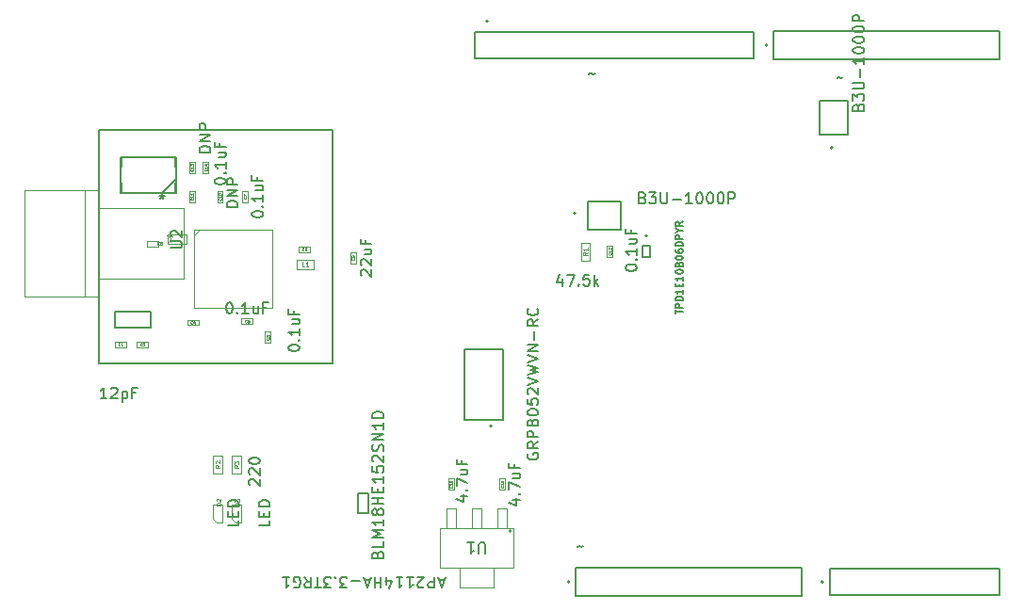
<source format=gbr>
%TF.GenerationSoftware,KiCad,Pcbnew,7.0.10*%
%TF.CreationDate,2024-05-16T11:59:50+01:00*%
%TF.ProjectId,RF_Race_Car,52465f52-6163-4655-9f43-61722e6b6963,rev?*%
%TF.SameCoordinates,Original*%
%TF.FileFunction,AssemblyDrawing,Top*%
%FSLAX46Y46*%
G04 Gerber Fmt 4.6, Leading zero omitted, Abs format (unit mm)*
G04 Created by KiCad (PCBNEW 7.0.10) date 2024-05-16 11:59:50*
%MOMM*%
%LPD*%
G01*
G04 APERTURE LIST*
%ADD10C,0.040000*%
%ADD11C,0.150000*%
%ADD12C,0.060000*%
%ADD13C,0.100000*%
%ADD14C,0.127000*%
%ADD15C,0.200000*%
%ADD16C,0.025400*%
%ADD17C,0.152400*%
G04 APERTURE END LIST*
D10*
X115408333Y-89789765D02*
X115396429Y-89801670D01*
X115396429Y-89801670D02*
X115360714Y-89813574D01*
X115360714Y-89813574D02*
X115336905Y-89813574D01*
X115336905Y-89813574D02*
X115301191Y-89801670D01*
X115301191Y-89801670D02*
X115277381Y-89777860D01*
X115277381Y-89777860D02*
X115265476Y-89754050D01*
X115265476Y-89754050D02*
X115253572Y-89706431D01*
X115253572Y-89706431D02*
X115253572Y-89670717D01*
X115253572Y-89670717D02*
X115265476Y-89623098D01*
X115265476Y-89623098D02*
X115277381Y-89599289D01*
X115277381Y-89599289D02*
X115301191Y-89575479D01*
X115301191Y-89575479D02*
X115336905Y-89563574D01*
X115336905Y-89563574D02*
X115360714Y-89563574D01*
X115360714Y-89563574D02*
X115396429Y-89575479D01*
X115396429Y-89575479D02*
X115408333Y-89587384D01*
X115622619Y-89646908D02*
X115622619Y-89813574D01*
X115563095Y-89551670D02*
X115503572Y-89730241D01*
X115503572Y-89730241D02*
X115658333Y-89730241D01*
D11*
X124054819Y-92042856D02*
X124054819Y-91947618D01*
X124054819Y-91947618D02*
X124102438Y-91852380D01*
X124102438Y-91852380D02*
X124150057Y-91804761D01*
X124150057Y-91804761D02*
X124245295Y-91757142D01*
X124245295Y-91757142D02*
X124435771Y-91709523D01*
X124435771Y-91709523D02*
X124673866Y-91709523D01*
X124673866Y-91709523D02*
X124864342Y-91757142D01*
X124864342Y-91757142D02*
X124959580Y-91804761D01*
X124959580Y-91804761D02*
X125007200Y-91852380D01*
X125007200Y-91852380D02*
X125054819Y-91947618D01*
X125054819Y-91947618D02*
X125054819Y-92042856D01*
X125054819Y-92042856D02*
X125007200Y-92138094D01*
X125007200Y-92138094D02*
X124959580Y-92185713D01*
X124959580Y-92185713D02*
X124864342Y-92233332D01*
X124864342Y-92233332D02*
X124673866Y-92280951D01*
X124673866Y-92280951D02*
X124435771Y-92280951D01*
X124435771Y-92280951D02*
X124245295Y-92233332D01*
X124245295Y-92233332D02*
X124150057Y-92185713D01*
X124150057Y-92185713D02*
X124102438Y-92138094D01*
X124102438Y-92138094D02*
X124054819Y-92042856D01*
X124959580Y-91280951D02*
X125007200Y-91233332D01*
X125007200Y-91233332D02*
X125054819Y-91280951D01*
X125054819Y-91280951D02*
X125007200Y-91328570D01*
X125007200Y-91328570D02*
X124959580Y-91280951D01*
X124959580Y-91280951D02*
X125054819Y-91280951D01*
X125054819Y-90280952D02*
X125054819Y-90852380D01*
X125054819Y-90566666D02*
X124054819Y-90566666D01*
X124054819Y-90566666D02*
X124197676Y-90661904D01*
X124197676Y-90661904D02*
X124292914Y-90757142D01*
X124292914Y-90757142D02*
X124340533Y-90852380D01*
X124388152Y-89423809D02*
X125054819Y-89423809D01*
X124388152Y-89852380D02*
X124911961Y-89852380D01*
X124911961Y-89852380D02*
X125007200Y-89804761D01*
X125007200Y-89804761D02*
X125054819Y-89709523D01*
X125054819Y-89709523D02*
X125054819Y-89566666D01*
X125054819Y-89566666D02*
X125007200Y-89471428D01*
X125007200Y-89471428D02*
X124959580Y-89423809D01*
X124531009Y-88614285D02*
X124531009Y-88947618D01*
X125054819Y-88947618D02*
X124054819Y-88947618D01*
X124054819Y-88947618D02*
X124054819Y-88471428D01*
D10*
X122289765Y-91091666D02*
X122301670Y-91103570D01*
X122301670Y-91103570D02*
X122313574Y-91139285D01*
X122313574Y-91139285D02*
X122313574Y-91163094D01*
X122313574Y-91163094D02*
X122301670Y-91198808D01*
X122301670Y-91198808D02*
X122277860Y-91222618D01*
X122277860Y-91222618D02*
X122254050Y-91234523D01*
X122254050Y-91234523D02*
X122206431Y-91246427D01*
X122206431Y-91246427D02*
X122170717Y-91246427D01*
X122170717Y-91246427D02*
X122123098Y-91234523D01*
X122123098Y-91234523D02*
X122099289Y-91222618D01*
X122099289Y-91222618D02*
X122075479Y-91198808D01*
X122075479Y-91198808D02*
X122063574Y-91163094D01*
X122063574Y-91163094D02*
X122063574Y-91139285D01*
X122063574Y-91139285D02*
X122075479Y-91103570D01*
X122075479Y-91103570D02*
X122087384Y-91091666D01*
X122063574Y-91008332D02*
X122063574Y-90853570D01*
X122063574Y-90853570D02*
X122158812Y-90936904D01*
X122158812Y-90936904D02*
X122158812Y-90901189D01*
X122158812Y-90901189D02*
X122170717Y-90877380D01*
X122170717Y-90877380D02*
X122182622Y-90865475D01*
X122182622Y-90865475D02*
X122206431Y-90853570D01*
X122206431Y-90853570D02*
X122265955Y-90853570D01*
X122265955Y-90853570D02*
X122289765Y-90865475D01*
X122289765Y-90865475D02*
X122301670Y-90877380D01*
X122301670Y-90877380D02*
X122313574Y-90901189D01*
X122313574Y-90901189D02*
X122313574Y-90972618D01*
X122313574Y-90972618D02*
X122301670Y-90996427D01*
X122301670Y-90996427D02*
X122289765Y-91008332D01*
D11*
X148645238Y-85738152D02*
X148645238Y-86404819D01*
X148407143Y-85357200D02*
X148169048Y-86071485D01*
X148169048Y-86071485D02*
X148788095Y-86071485D01*
X149073810Y-85404819D02*
X149740476Y-85404819D01*
X149740476Y-85404819D02*
X149311905Y-86404819D01*
X150121429Y-86309580D02*
X150169048Y-86357200D01*
X150169048Y-86357200D02*
X150121429Y-86404819D01*
X150121429Y-86404819D02*
X150073810Y-86357200D01*
X150073810Y-86357200D02*
X150121429Y-86309580D01*
X150121429Y-86309580D02*
X150121429Y-86404819D01*
X151073809Y-85404819D02*
X150597619Y-85404819D01*
X150597619Y-85404819D02*
X150550000Y-85881009D01*
X150550000Y-85881009D02*
X150597619Y-85833390D01*
X150597619Y-85833390D02*
X150692857Y-85785771D01*
X150692857Y-85785771D02*
X150930952Y-85785771D01*
X150930952Y-85785771D02*
X151026190Y-85833390D01*
X151026190Y-85833390D02*
X151073809Y-85881009D01*
X151073809Y-85881009D02*
X151121428Y-85976247D01*
X151121428Y-85976247D02*
X151121428Y-86214342D01*
X151121428Y-86214342D02*
X151073809Y-86309580D01*
X151073809Y-86309580D02*
X151026190Y-86357200D01*
X151026190Y-86357200D02*
X150930952Y-86404819D01*
X150930952Y-86404819D02*
X150692857Y-86404819D01*
X150692857Y-86404819D02*
X150597619Y-86357200D01*
X150597619Y-86357200D02*
X150550000Y-86309580D01*
X151550000Y-86404819D02*
X151550000Y-85404819D01*
X151645238Y-86023866D02*
X151930952Y-86404819D01*
X151930952Y-85738152D02*
X151550000Y-86119104D01*
D12*
X150929263Y-83394833D02*
X150738787Y-83528166D01*
X150929263Y-83623404D02*
X150529263Y-83623404D01*
X150529263Y-83623404D02*
X150529263Y-83471023D01*
X150529263Y-83471023D02*
X150548311Y-83432928D01*
X150548311Y-83432928D02*
X150567358Y-83413881D01*
X150567358Y-83413881D02*
X150605454Y-83394833D01*
X150605454Y-83394833D02*
X150662596Y-83394833D01*
X150662596Y-83394833D02*
X150700692Y-83413881D01*
X150700692Y-83413881D02*
X150719739Y-83432928D01*
X150719739Y-83432928D02*
X150738787Y-83471023D01*
X150738787Y-83471023D02*
X150738787Y-83623404D01*
X150929263Y-83013881D02*
X150929263Y-83242452D01*
X150929263Y-83128166D02*
X150529263Y-83128166D01*
X150529263Y-83128166D02*
X150586406Y-83166262D01*
X150586406Y-83166262D02*
X150624501Y-83204357D01*
X150624501Y-83204357D02*
X150643549Y-83242452D01*
D11*
X119496405Y-79338025D02*
X118496405Y-79338025D01*
X118496405Y-79338025D02*
X118496405Y-79099930D01*
X118496405Y-79099930D02*
X118544024Y-78957073D01*
X118544024Y-78957073D02*
X118639262Y-78861835D01*
X118639262Y-78861835D02*
X118734500Y-78814216D01*
X118734500Y-78814216D02*
X118924976Y-78766597D01*
X118924976Y-78766597D02*
X119067833Y-78766597D01*
X119067833Y-78766597D02*
X119258309Y-78814216D01*
X119258309Y-78814216D02*
X119353547Y-78861835D01*
X119353547Y-78861835D02*
X119448786Y-78957073D01*
X119448786Y-78957073D02*
X119496405Y-79099930D01*
X119496405Y-79099930D02*
X119496405Y-79338025D01*
X119496405Y-78338025D02*
X118496405Y-78338025D01*
X118496405Y-78338025D02*
X119496405Y-77766597D01*
X119496405Y-77766597D02*
X118496405Y-77766597D01*
X119496405Y-77290406D02*
X118496405Y-77290406D01*
X118496405Y-77290406D02*
X118496405Y-76909454D01*
X118496405Y-76909454D02*
X118544024Y-76814216D01*
X118544024Y-76814216D02*
X118591643Y-76766597D01*
X118591643Y-76766597D02*
X118686881Y-76718978D01*
X118686881Y-76718978D02*
X118829738Y-76718978D01*
X118829738Y-76718978D02*
X118924976Y-76766597D01*
X118924976Y-76766597D02*
X118972595Y-76814216D01*
X118972595Y-76814216D02*
X119020214Y-76909454D01*
X119020214Y-76909454D02*
X119020214Y-77290406D01*
D10*
X116710663Y-75913582D02*
X116722568Y-75925486D01*
X116722568Y-75925486D02*
X116734472Y-75961201D01*
X116734472Y-75961201D02*
X116734472Y-75985010D01*
X116734472Y-75985010D02*
X116722568Y-76020724D01*
X116722568Y-76020724D02*
X116698758Y-76044534D01*
X116698758Y-76044534D02*
X116674948Y-76056439D01*
X116674948Y-76056439D02*
X116627329Y-76068343D01*
X116627329Y-76068343D02*
X116591615Y-76068343D01*
X116591615Y-76068343D02*
X116543996Y-76056439D01*
X116543996Y-76056439D02*
X116520187Y-76044534D01*
X116520187Y-76044534D02*
X116496377Y-76020724D01*
X116496377Y-76020724D02*
X116484472Y-75985010D01*
X116484472Y-75985010D02*
X116484472Y-75961201D01*
X116484472Y-75961201D02*
X116496377Y-75925486D01*
X116496377Y-75925486D02*
X116508282Y-75913582D01*
X116734472Y-75675486D02*
X116734472Y-75818343D01*
X116734472Y-75746915D02*
X116484472Y-75746915D01*
X116484472Y-75746915D02*
X116520187Y-75770724D01*
X116520187Y-75770724D02*
X116543996Y-75794534D01*
X116543996Y-75794534D02*
X116555901Y-75818343D01*
X116567806Y-75461201D02*
X116734472Y-75461201D01*
X116472568Y-75520725D02*
X116651139Y-75580248D01*
X116651139Y-75580248D02*
X116651139Y-75425487D01*
D11*
X144212404Y-105661704D02*
X144879071Y-105661704D01*
X143831452Y-105899799D02*
X144545737Y-106137894D01*
X144545737Y-106137894D02*
X144545737Y-105518847D01*
X144783832Y-105137894D02*
X144831452Y-105090275D01*
X144831452Y-105090275D02*
X144879071Y-105137894D01*
X144879071Y-105137894D02*
X144831452Y-105185513D01*
X144831452Y-105185513D02*
X144783832Y-105137894D01*
X144783832Y-105137894D02*
X144879071Y-105137894D01*
X143879071Y-104756942D02*
X143879071Y-104090276D01*
X143879071Y-104090276D02*
X144879071Y-104518847D01*
X144212404Y-103280752D02*
X144879071Y-103280752D01*
X144212404Y-103709323D02*
X144736213Y-103709323D01*
X144736213Y-103709323D02*
X144831452Y-103661704D01*
X144831452Y-103661704D02*
X144879071Y-103566466D01*
X144879071Y-103566466D02*
X144879071Y-103423609D01*
X144879071Y-103423609D02*
X144831452Y-103328371D01*
X144831452Y-103328371D02*
X144783832Y-103280752D01*
X144355261Y-102471228D02*
X144355261Y-102804561D01*
X144879071Y-102804561D02*
X143879071Y-102804561D01*
X143879071Y-102804561D02*
X143879071Y-102328371D01*
D10*
X143354017Y-104417657D02*
X143365922Y-104429561D01*
X143365922Y-104429561D02*
X143377826Y-104465276D01*
X143377826Y-104465276D02*
X143377826Y-104489085D01*
X143377826Y-104489085D02*
X143365922Y-104524799D01*
X143365922Y-104524799D02*
X143342112Y-104548609D01*
X143342112Y-104548609D02*
X143318302Y-104560514D01*
X143318302Y-104560514D02*
X143270683Y-104572418D01*
X143270683Y-104572418D02*
X143234969Y-104572418D01*
X143234969Y-104572418D02*
X143187350Y-104560514D01*
X143187350Y-104560514D02*
X143163541Y-104548609D01*
X143163541Y-104548609D02*
X143139731Y-104524799D01*
X143139731Y-104524799D02*
X143127826Y-104489085D01*
X143127826Y-104489085D02*
X143127826Y-104465276D01*
X143127826Y-104465276D02*
X143139731Y-104429561D01*
X143139731Y-104429561D02*
X143151636Y-104417657D01*
X143377826Y-104179561D02*
X143377826Y-104322418D01*
X143377826Y-104250990D02*
X143127826Y-104250990D01*
X143127826Y-104250990D02*
X143163541Y-104274799D01*
X143163541Y-104274799D02*
X143187350Y-104298609D01*
X143187350Y-104298609D02*
X143199255Y-104322418D01*
X143127826Y-103953371D02*
X143127826Y-104072419D01*
X143127826Y-104072419D02*
X143246874Y-104084323D01*
X143246874Y-104084323D02*
X143234969Y-104072419D01*
X143234969Y-104072419D02*
X143223064Y-104048609D01*
X143223064Y-104048609D02*
X143223064Y-103989085D01*
X143223064Y-103989085D02*
X143234969Y-103965276D01*
X143234969Y-103965276D02*
X143246874Y-103953371D01*
X143246874Y-103953371D02*
X143270683Y-103941466D01*
X143270683Y-103941466D02*
X143330207Y-103941466D01*
X143330207Y-103941466D02*
X143354017Y-103953371D01*
X143354017Y-103953371D02*
X143365922Y-103965276D01*
X143365922Y-103965276D02*
X143377826Y-103989085D01*
X143377826Y-103989085D02*
X143377826Y-104048609D01*
X143377826Y-104048609D02*
X143365922Y-104072419D01*
X143365922Y-104072419D02*
X143354017Y-104084323D01*
D11*
X120590057Y-104338094D02*
X120542438Y-104290475D01*
X120542438Y-104290475D02*
X120494819Y-104195237D01*
X120494819Y-104195237D02*
X120494819Y-103957142D01*
X120494819Y-103957142D02*
X120542438Y-103861904D01*
X120542438Y-103861904D02*
X120590057Y-103814285D01*
X120590057Y-103814285D02*
X120685295Y-103766666D01*
X120685295Y-103766666D02*
X120780533Y-103766666D01*
X120780533Y-103766666D02*
X120923390Y-103814285D01*
X120923390Y-103814285D02*
X121494819Y-104385713D01*
X121494819Y-104385713D02*
X121494819Y-103766666D01*
X120590057Y-103385713D02*
X120542438Y-103338094D01*
X120542438Y-103338094D02*
X120494819Y-103242856D01*
X120494819Y-103242856D02*
X120494819Y-103004761D01*
X120494819Y-103004761D02*
X120542438Y-102909523D01*
X120542438Y-102909523D02*
X120590057Y-102861904D01*
X120590057Y-102861904D02*
X120685295Y-102814285D01*
X120685295Y-102814285D02*
X120780533Y-102814285D01*
X120780533Y-102814285D02*
X120923390Y-102861904D01*
X120923390Y-102861904D02*
X121494819Y-103433332D01*
X121494819Y-103433332D02*
X121494819Y-102814285D01*
X120494819Y-102195237D02*
X120494819Y-102099999D01*
X120494819Y-102099999D02*
X120542438Y-102004761D01*
X120542438Y-102004761D02*
X120590057Y-101957142D01*
X120590057Y-101957142D02*
X120685295Y-101909523D01*
X120685295Y-101909523D02*
X120875771Y-101861904D01*
X120875771Y-101861904D02*
X121113866Y-101861904D01*
X121113866Y-101861904D02*
X121304342Y-101909523D01*
X121304342Y-101909523D02*
X121399580Y-101957142D01*
X121399580Y-101957142D02*
X121447200Y-102004761D01*
X121447200Y-102004761D02*
X121494819Y-102099999D01*
X121494819Y-102099999D02*
X121494819Y-102195237D01*
X121494819Y-102195237D02*
X121447200Y-102290475D01*
X121447200Y-102290475D02*
X121399580Y-102338094D01*
X121399580Y-102338094D02*
X121304342Y-102385713D01*
X121304342Y-102385713D02*
X121113866Y-102433332D01*
X121113866Y-102433332D02*
X120875771Y-102433332D01*
X120875771Y-102433332D02*
X120685295Y-102385713D01*
X120685295Y-102385713D02*
X120590057Y-102338094D01*
X120590057Y-102338094D02*
X120542438Y-102290475D01*
X120542438Y-102290475D02*
X120494819Y-102195237D01*
D12*
X119581927Y-102551666D02*
X119391451Y-102684999D01*
X119581927Y-102780237D02*
X119181927Y-102780237D01*
X119181927Y-102780237D02*
X119181927Y-102627856D01*
X119181927Y-102627856D02*
X119200975Y-102589761D01*
X119200975Y-102589761D02*
X119220022Y-102570714D01*
X119220022Y-102570714D02*
X119258118Y-102551666D01*
X119258118Y-102551666D02*
X119315260Y-102551666D01*
X119315260Y-102551666D02*
X119353356Y-102570714D01*
X119353356Y-102570714D02*
X119372403Y-102589761D01*
X119372403Y-102589761D02*
X119391451Y-102627856D01*
X119391451Y-102627856D02*
X119391451Y-102780237D01*
X119181927Y-102418333D02*
X119181927Y-102170714D01*
X119181927Y-102170714D02*
X119334308Y-102304047D01*
X119334308Y-102304047D02*
X119334308Y-102246904D01*
X119334308Y-102246904D02*
X119353356Y-102208809D01*
X119353356Y-102208809D02*
X119372403Y-102189761D01*
X119372403Y-102189761D02*
X119410499Y-102170714D01*
X119410499Y-102170714D02*
X119505737Y-102170714D01*
X119505737Y-102170714D02*
X119543832Y-102189761D01*
X119543832Y-102189761D02*
X119562880Y-102208809D01*
X119562880Y-102208809D02*
X119581927Y-102246904D01*
X119581927Y-102246904D02*
X119581927Y-102361190D01*
X119581927Y-102361190D02*
X119562880Y-102399285D01*
X119562880Y-102399285D02*
X119543832Y-102418333D01*
X125493108Y-84672177D02*
X125302632Y-84672177D01*
X125302632Y-84672177D02*
X125302632Y-84272177D01*
X125835965Y-84672177D02*
X125607394Y-84672177D01*
X125721680Y-84672177D02*
X125721680Y-84272177D01*
X125721680Y-84272177D02*
X125683584Y-84329320D01*
X125683584Y-84329320D02*
X125645489Y-84367415D01*
X125645489Y-84367415D02*
X125607394Y-84386463D01*
D11*
X173363095Y-67708866D02*
X173410714Y-67661247D01*
X173410714Y-67661247D02*
X173505952Y-67613628D01*
X173505952Y-67613628D02*
X173696428Y-67708866D01*
X173696428Y-67708866D02*
X173791666Y-67661247D01*
X173791666Y-67661247D02*
X173839285Y-67613628D01*
D10*
X117989765Y-78560714D02*
X118001670Y-78572618D01*
X118001670Y-78572618D02*
X118013574Y-78608333D01*
X118013574Y-78608333D02*
X118013574Y-78632142D01*
X118013574Y-78632142D02*
X118001670Y-78667856D01*
X118001670Y-78667856D02*
X117977860Y-78691666D01*
X117977860Y-78691666D02*
X117954050Y-78703571D01*
X117954050Y-78703571D02*
X117906431Y-78715475D01*
X117906431Y-78715475D02*
X117870717Y-78715475D01*
X117870717Y-78715475D02*
X117823098Y-78703571D01*
X117823098Y-78703571D02*
X117799289Y-78691666D01*
X117799289Y-78691666D02*
X117775479Y-78667856D01*
X117775479Y-78667856D02*
X117763574Y-78632142D01*
X117763574Y-78632142D02*
X117763574Y-78608333D01*
X117763574Y-78608333D02*
X117775479Y-78572618D01*
X117775479Y-78572618D02*
X117787384Y-78560714D01*
X118013574Y-78322618D02*
X118013574Y-78465475D01*
X118013574Y-78394047D02*
X117763574Y-78394047D01*
X117763574Y-78394047D02*
X117799289Y-78417856D01*
X117799289Y-78417856D02*
X117823098Y-78441666D01*
X117823098Y-78441666D02*
X117835003Y-78465475D01*
X117763574Y-78167857D02*
X117763574Y-78144047D01*
X117763574Y-78144047D02*
X117775479Y-78120238D01*
X117775479Y-78120238D02*
X117787384Y-78108333D01*
X117787384Y-78108333D02*
X117811193Y-78096428D01*
X117811193Y-78096428D02*
X117858812Y-78084523D01*
X117858812Y-78084523D02*
X117918336Y-78084523D01*
X117918336Y-78084523D02*
X117965955Y-78096428D01*
X117965955Y-78096428D02*
X117989765Y-78108333D01*
X117989765Y-78108333D02*
X118001670Y-78120238D01*
X118001670Y-78120238D02*
X118013574Y-78144047D01*
X118013574Y-78144047D02*
X118013574Y-78167857D01*
X118013574Y-78167857D02*
X118001670Y-78191666D01*
X118001670Y-78191666D02*
X117989765Y-78203571D01*
X117989765Y-78203571D02*
X117965955Y-78215476D01*
X117965955Y-78215476D02*
X117918336Y-78227380D01*
X117918336Y-78227380D02*
X117858812Y-78227380D01*
X117858812Y-78227380D02*
X117811193Y-78215476D01*
X117811193Y-78215476D02*
X117787384Y-78203571D01*
X117787384Y-78203571D02*
X117775479Y-78191666D01*
X117775479Y-78191666D02*
X117763574Y-78167857D01*
D11*
X155897619Y-78481009D02*
X156040476Y-78528628D01*
X156040476Y-78528628D02*
X156088095Y-78576247D01*
X156088095Y-78576247D02*
X156135714Y-78671485D01*
X156135714Y-78671485D02*
X156135714Y-78814342D01*
X156135714Y-78814342D02*
X156088095Y-78909580D01*
X156088095Y-78909580D02*
X156040476Y-78957200D01*
X156040476Y-78957200D02*
X155945238Y-79004819D01*
X155945238Y-79004819D02*
X155564286Y-79004819D01*
X155564286Y-79004819D02*
X155564286Y-78004819D01*
X155564286Y-78004819D02*
X155897619Y-78004819D01*
X155897619Y-78004819D02*
X155992857Y-78052438D01*
X155992857Y-78052438D02*
X156040476Y-78100057D01*
X156040476Y-78100057D02*
X156088095Y-78195295D01*
X156088095Y-78195295D02*
X156088095Y-78290533D01*
X156088095Y-78290533D02*
X156040476Y-78385771D01*
X156040476Y-78385771D02*
X155992857Y-78433390D01*
X155992857Y-78433390D02*
X155897619Y-78481009D01*
X155897619Y-78481009D02*
X155564286Y-78481009D01*
X156469048Y-78004819D02*
X157088095Y-78004819D01*
X157088095Y-78004819D02*
X156754762Y-78385771D01*
X156754762Y-78385771D02*
X156897619Y-78385771D01*
X156897619Y-78385771D02*
X156992857Y-78433390D01*
X156992857Y-78433390D02*
X157040476Y-78481009D01*
X157040476Y-78481009D02*
X157088095Y-78576247D01*
X157088095Y-78576247D02*
X157088095Y-78814342D01*
X157088095Y-78814342D02*
X157040476Y-78909580D01*
X157040476Y-78909580D02*
X156992857Y-78957200D01*
X156992857Y-78957200D02*
X156897619Y-79004819D01*
X156897619Y-79004819D02*
X156611905Y-79004819D01*
X156611905Y-79004819D02*
X156516667Y-78957200D01*
X156516667Y-78957200D02*
X156469048Y-78909580D01*
X157516667Y-78004819D02*
X157516667Y-78814342D01*
X157516667Y-78814342D02*
X157564286Y-78909580D01*
X157564286Y-78909580D02*
X157611905Y-78957200D01*
X157611905Y-78957200D02*
X157707143Y-79004819D01*
X157707143Y-79004819D02*
X157897619Y-79004819D01*
X157897619Y-79004819D02*
X157992857Y-78957200D01*
X157992857Y-78957200D02*
X158040476Y-78909580D01*
X158040476Y-78909580D02*
X158088095Y-78814342D01*
X158088095Y-78814342D02*
X158088095Y-78004819D01*
X158564286Y-78623866D02*
X159326191Y-78623866D01*
X160326190Y-79004819D02*
X159754762Y-79004819D01*
X160040476Y-79004819D02*
X160040476Y-78004819D01*
X160040476Y-78004819D02*
X159945238Y-78147676D01*
X159945238Y-78147676D02*
X159850000Y-78242914D01*
X159850000Y-78242914D02*
X159754762Y-78290533D01*
X160945238Y-78004819D02*
X161040476Y-78004819D01*
X161040476Y-78004819D02*
X161135714Y-78052438D01*
X161135714Y-78052438D02*
X161183333Y-78100057D01*
X161183333Y-78100057D02*
X161230952Y-78195295D01*
X161230952Y-78195295D02*
X161278571Y-78385771D01*
X161278571Y-78385771D02*
X161278571Y-78623866D01*
X161278571Y-78623866D02*
X161230952Y-78814342D01*
X161230952Y-78814342D02*
X161183333Y-78909580D01*
X161183333Y-78909580D02*
X161135714Y-78957200D01*
X161135714Y-78957200D02*
X161040476Y-79004819D01*
X161040476Y-79004819D02*
X160945238Y-79004819D01*
X160945238Y-79004819D02*
X160850000Y-78957200D01*
X160850000Y-78957200D02*
X160802381Y-78909580D01*
X160802381Y-78909580D02*
X160754762Y-78814342D01*
X160754762Y-78814342D02*
X160707143Y-78623866D01*
X160707143Y-78623866D02*
X160707143Y-78385771D01*
X160707143Y-78385771D02*
X160754762Y-78195295D01*
X160754762Y-78195295D02*
X160802381Y-78100057D01*
X160802381Y-78100057D02*
X160850000Y-78052438D01*
X160850000Y-78052438D02*
X160945238Y-78004819D01*
X161897619Y-78004819D02*
X161992857Y-78004819D01*
X161992857Y-78004819D02*
X162088095Y-78052438D01*
X162088095Y-78052438D02*
X162135714Y-78100057D01*
X162135714Y-78100057D02*
X162183333Y-78195295D01*
X162183333Y-78195295D02*
X162230952Y-78385771D01*
X162230952Y-78385771D02*
X162230952Y-78623866D01*
X162230952Y-78623866D02*
X162183333Y-78814342D01*
X162183333Y-78814342D02*
X162135714Y-78909580D01*
X162135714Y-78909580D02*
X162088095Y-78957200D01*
X162088095Y-78957200D02*
X161992857Y-79004819D01*
X161992857Y-79004819D02*
X161897619Y-79004819D01*
X161897619Y-79004819D02*
X161802381Y-78957200D01*
X161802381Y-78957200D02*
X161754762Y-78909580D01*
X161754762Y-78909580D02*
X161707143Y-78814342D01*
X161707143Y-78814342D02*
X161659524Y-78623866D01*
X161659524Y-78623866D02*
X161659524Y-78385771D01*
X161659524Y-78385771D02*
X161707143Y-78195295D01*
X161707143Y-78195295D02*
X161754762Y-78100057D01*
X161754762Y-78100057D02*
X161802381Y-78052438D01*
X161802381Y-78052438D02*
X161897619Y-78004819D01*
X162850000Y-78004819D02*
X162945238Y-78004819D01*
X162945238Y-78004819D02*
X163040476Y-78052438D01*
X163040476Y-78052438D02*
X163088095Y-78100057D01*
X163088095Y-78100057D02*
X163135714Y-78195295D01*
X163135714Y-78195295D02*
X163183333Y-78385771D01*
X163183333Y-78385771D02*
X163183333Y-78623866D01*
X163183333Y-78623866D02*
X163135714Y-78814342D01*
X163135714Y-78814342D02*
X163088095Y-78909580D01*
X163088095Y-78909580D02*
X163040476Y-78957200D01*
X163040476Y-78957200D02*
X162945238Y-79004819D01*
X162945238Y-79004819D02*
X162850000Y-79004819D01*
X162850000Y-79004819D02*
X162754762Y-78957200D01*
X162754762Y-78957200D02*
X162707143Y-78909580D01*
X162707143Y-78909580D02*
X162659524Y-78814342D01*
X162659524Y-78814342D02*
X162611905Y-78623866D01*
X162611905Y-78623866D02*
X162611905Y-78385771D01*
X162611905Y-78385771D02*
X162659524Y-78195295D01*
X162659524Y-78195295D02*
X162707143Y-78100057D01*
X162707143Y-78100057D02*
X162754762Y-78052438D01*
X162754762Y-78052438D02*
X162850000Y-78004819D01*
X163611905Y-79004819D02*
X163611905Y-78004819D01*
X163611905Y-78004819D02*
X163992857Y-78004819D01*
X163992857Y-78004819D02*
X164088095Y-78052438D01*
X164088095Y-78052438D02*
X164135714Y-78100057D01*
X164135714Y-78100057D02*
X164183333Y-78195295D01*
X164183333Y-78195295D02*
X164183333Y-78338152D01*
X164183333Y-78338152D02*
X164135714Y-78433390D01*
X164135714Y-78433390D02*
X164088095Y-78481009D01*
X164088095Y-78481009D02*
X163992857Y-78528628D01*
X163992857Y-78528628D02*
X163611905Y-78528628D01*
D10*
X110878333Y-91789765D02*
X110866429Y-91801670D01*
X110866429Y-91801670D02*
X110830714Y-91813574D01*
X110830714Y-91813574D02*
X110806905Y-91813574D01*
X110806905Y-91813574D02*
X110771191Y-91801670D01*
X110771191Y-91801670D02*
X110747381Y-91777860D01*
X110747381Y-91777860D02*
X110735476Y-91754050D01*
X110735476Y-91754050D02*
X110723572Y-91706431D01*
X110723572Y-91706431D02*
X110723572Y-91670717D01*
X110723572Y-91670717D02*
X110735476Y-91623098D01*
X110735476Y-91623098D02*
X110747381Y-91599289D01*
X110747381Y-91599289D02*
X110771191Y-91575479D01*
X110771191Y-91575479D02*
X110806905Y-91563574D01*
X110806905Y-91563574D02*
X110830714Y-91563574D01*
X110830714Y-91563574D02*
X110866429Y-91575479D01*
X110866429Y-91575479D02*
X110878333Y-91587384D01*
X110973572Y-91587384D02*
X110985476Y-91575479D01*
X110985476Y-91575479D02*
X111009286Y-91563574D01*
X111009286Y-91563574D02*
X111068810Y-91563574D01*
X111068810Y-91563574D02*
X111092619Y-91575479D01*
X111092619Y-91575479D02*
X111104524Y-91587384D01*
X111104524Y-91587384D02*
X111116429Y-91611193D01*
X111116429Y-91611193D02*
X111116429Y-91635003D01*
X111116429Y-91635003D02*
X111104524Y-91670717D01*
X111104524Y-91670717D02*
X110961667Y-91813574D01*
X110961667Y-91813574D02*
X111116429Y-91813574D01*
D11*
X138071904Y-112860895D02*
X137595714Y-112860895D01*
X138167142Y-112575180D02*
X137833809Y-113575180D01*
X137833809Y-113575180D02*
X137500476Y-112575180D01*
X137167142Y-112575180D02*
X137167142Y-113575180D01*
X137167142Y-113575180D02*
X136786190Y-113575180D01*
X136786190Y-113575180D02*
X136690952Y-113527561D01*
X136690952Y-113527561D02*
X136643333Y-113479942D01*
X136643333Y-113479942D02*
X136595714Y-113384704D01*
X136595714Y-113384704D02*
X136595714Y-113241847D01*
X136595714Y-113241847D02*
X136643333Y-113146609D01*
X136643333Y-113146609D02*
X136690952Y-113098990D01*
X136690952Y-113098990D02*
X136786190Y-113051371D01*
X136786190Y-113051371D02*
X137167142Y-113051371D01*
X136214761Y-113479942D02*
X136167142Y-113527561D01*
X136167142Y-113527561D02*
X136071904Y-113575180D01*
X136071904Y-113575180D02*
X135833809Y-113575180D01*
X135833809Y-113575180D02*
X135738571Y-113527561D01*
X135738571Y-113527561D02*
X135690952Y-113479942D01*
X135690952Y-113479942D02*
X135643333Y-113384704D01*
X135643333Y-113384704D02*
X135643333Y-113289466D01*
X135643333Y-113289466D02*
X135690952Y-113146609D01*
X135690952Y-113146609D02*
X136262380Y-112575180D01*
X136262380Y-112575180D02*
X135643333Y-112575180D01*
X134690952Y-112575180D02*
X135262380Y-112575180D01*
X134976666Y-112575180D02*
X134976666Y-113575180D01*
X134976666Y-113575180D02*
X135071904Y-113432323D01*
X135071904Y-113432323D02*
X135167142Y-113337085D01*
X135167142Y-113337085D02*
X135262380Y-113289466D01*
X133738571Y-112575180D02*
X134309999Y-112575180D01*
X134024285Y-112575180D02*
X134024285Y-113575180D01*
X134024285Y-113575180D02*
X134119523Y-113432323D01*
X134119523Y-113432323D02*
X134214761Y-113337085D01*
X134214761Y-113337085D02*
X134309999Y-113289466D01*
X132881428Y-113241847D02*
X132881428Y-112575180D01*
X133119523Y-113622800D02*
X133357618Y-112908514D01*
X133357618Y-112908514D02*
X132738571Y-112908514D01*
X132357618Y-112575180D02*
X132357618Y-113575180D01*
X132357618Y-113098990D02*
X131786190Y-113098990D01*
X131786190Y-112575180D02*
X131786190Y-113575180D01*
X131357618Y-112860895D02*
X130881428Y-112860895D01*
X131452856Y-112575180D02*
X131119523Y-113575180D01*
X131119523Y-113575180D02*
X130786190Y-112575180D01*
X130452856Y-112956133D02*
X129690952Y-112956133D01*
X129309999Y-113575180D02*
X128690952Y-113575180D01*
X128690952Y-113575180D02*
X129024285Y-113194228D01*
X129024285Y-113194228D02*
X128881428Y-113194228D01*
X128881428Y-113194228D02*
X128786190Y-113146609D01*
X128786190Y-113146609D02*
X128738571Y-113098990D01*
X128738571Y-113098990D02*
X128690952Y-113003752D01*
X128690952Y-113003752D02*
X128690952Y-112765657D01*
X128690952Y-112765657D02*
X128738571Y-112670419D01*
X128738571Y-112670419D02*
X128786190Y-112622800D01*
X128786190Y-112622800D02*
X128881428Y-112575180D01*
X128881428Y-112575180D02*
X129167142Y-112575180D01*
X129167142Y-112575180D02*
X129262380Y-112622800D01*
X129262380Y-112622800D02*
X129309999Y-112670419D01*
X128262380Y-112670419D02*
X128214761Y-112622800D01*
X128214761Y-112622800D02*
X128262380Y-112575180D01*
X128262380Y-112575180D02*
X128309999Y-112622800D01*
X128309999Y-112622800D02*
X128262380Y-112670419D01*
X128262380Y-112670419D02*
X128262380Y-112575180D01*
X127881428Y-113575180D02*
X127262381Y-113575180D01*
X127262381Y-113575180D02*
X127595714Y-113194228D01*
X127595714Y-113194228D02*
X127452857Y-113194228D01*
X127452857Y-113194228D02*
X127357619Y-113146609D01*
X127357619Y-113146609D02*
X127310000Y-113098990D01*
X127310000Y-113098990D02*
X127262381Y-113003752D01*
X127262381Y-113003752D02*
X127262381Y-112765657D01*
X127262381Y-112765657D02*
X127310000Y-112670419D01*
X127310000Y-112670419D02*
X127357619Y-112622800D01*
X127357619Y-112622800D02*
X127452857Y-112575180D01*
X127452857Y-112575180D02*
X127738571Y-112575180D01*
X127738571Y-112575180D02*
X127833809Y-112622800D01*
X127833809Y-112622800D02*
X127881428Y-112670419D01*
X126976666Y-113575180D02*
X126405238Y-113575180D01*
X126690952Y-112575180D02*
X126690952Y-113575180D01*
X125500476Y-112575180D02*
X125833809Y-113051371D01*
X126071904Y-112575180D02*
X126071904Y-113575180D01*
X126071904Y-113575180D02*
X125690952Y-113575180D01*
X125690952Y-113575180D02*
X125595714Y-113527561D01*
X125595714Y-113527561D02*
X125548095Y-113479942D01*
X125548095Y-113479942D02*
X125500476Y-113384704D01*
X125500476Y-113384704D02*
X125500476Y-113241847D01*
X125500476Y-113241847D02*
X125548095Y-113146609D01*
X125548095Y-113146609D02*
X125595714Y-113098990D01*
X125595714Y-113098990D02*
X125690952Y-113051371D01*
X125690952Y-113051371D02*
X126071904Y-113051371D01*
X124548095Y-113527561D02*
X124643333Y-113575180D01*
X124643333Y-113575180D02*
X124786190Y-113575180D01*
X124786190Y-113575180D02*
X124929047Y-113527561D01*
X124929047Y-113527561D02*
X125024285Y-113432323D01*
X125024285Y-113432323D02*
X125071904Y-113337085D01*
X125071904Y-113337085D02*
X125119523Y-113146609D01*
X125119523Y-113146609D02*
X125119523Y-113003752D01*
X125119523Y-113003752D02*
X125071904Y-112813276D01*
X125071904Y-112813276D02*
X125024285Y-112718038D01*
X125024285Y-112718038D02*
X124929047Y-112622800D01*
X124929047Y-112622800D02*
X124786190Y-112575180D01*
X124786190Y-112575180D02*
X124690952Y-112575180D01*
X124690952Y-112575180D02*
X124548095Y-112622800D01*
X124548095Y-112622800D02*
X124500476Y-112670419D01*
X124500476Y-112670419D02*
X124500476Y-113003752D01*
X124500476Y-113003752D02*
X124690952Y-113003752D01*
X123548095Y-112575180D02*
X124119523Y-112575180D01*
X123833809Y-112575180D02*
X123833809Y-113575180D01*
X123833809Y-113575180D02*
X123929047Y-113432323D01*
X123929047Y-113432323D02*
X124024285Y-113337085D01*
X124024285Y-113337085D02*
X124119523Y-113289466D01*
X141731904Y-110499380D02*
X141731904Y-109689857D01*
X141731904Y-109689857D02*
X141684285Y-109594619D01*
X141684285Y-109594619D02*
X141636666Y-109547000D01*
X141636666Y-109547000D02*
X141541428Y-109499380D01*
X141541428Y-109499380D02*
X141350952Y-109499380D01*
X141350952Y-109499380D02*
X141255714Y-109547000D01*
X141255714Y-109547000D02*
X141208095Y-109594619D01*
X141208095Y-109594619D02*
X141160476Y-109689857D01*
X141160476Y-109689857D02*
X141160476Y-110499380D01*
X140160476Y-109499380D02*
X140731904Y-109499380D01*
X140446190Y-109499380D02*
X140446190Y-110499380D01*
X140446190Y-110499380D02*
X140541428Y-110356523D01*
X140541428Y-110356523D02*
X140636666Y-110261285D01*
X140636666Y-110261285D02*
X140731904Y-110213666D01*
D10*
X112433041Y-82693746D02*
X112421137Y-82705651D01*
X112421137Y-82705651D02*
X112385422Y-82717555D01*
X112385422Y-82717555D02*
X112361613Y-82717555D01*
X112361613Y-82717555D02*
X112325899Y-82705651D01*
X112325899Y-82705651D02*
X112302089Y-82681841D01*
X112302089Y-82681841D02*
X112290184Y-82658031D01*
X112290184Y-82658031D02*
X112278280Y-82610412D01*
X112278280Y-82610412D02*
X112278280Y-82574698D01*
X112278280Y-82574698D02*
X112290184Y-82527079D01*
X112290184Y-82527079D02*
X112302089Y-82503270D01*
X112302089Y-82503270D02*
X112325899Y-82479460D01*
X112325899Y-82479460D02*
X112361613Y-82467555D01*
X112361613Y-82467555D02*
X112385422Y-82467555D01*
X112385422Y-82467555D02*
X112421137Y-82479460D01*
X112421137Y-82479460D02*
X112433041Y-82491365D01*
X112575899Y-82574698D02*
X112552089Y-82562793D01*
X112552089Y-82562793D02*
X112540184Y-82550889D01*
X112540184Y-82550889D02*
X112528280Y-82527079D01*
X112528280Y-82527079D02*
X112528280Y-82515174D01*
X112528280Y-82515174D02*
X112540184Y-82491365D01*
X112540184Y-82491365D02*
X112552089Y-82479460D01*
X112552089Y-82479460D02*
X112575899Y-82467555D01*
X112575899Y-82467555D02*
X112623518Y-82467555D01*
X112623518Y-82467555D02*
X112647327Y-82479460D01*
X112647327Y-82479460D02*
X112659232Y-82491365D01*
X112659232Y-82491365D02*
X112671137Y-82515174D01*
X112671137Y-82515174D02*
X112671137Y-82527079D01*
X112671137Y-82527079D02*
X112659232Y-82550889D01*
X112659232Y-82550889D02*
X112647327Y-82562793D01*
X112647327Y-82562793D02*
X112623518Y-82574698D01*
X112623518Y-82574698D02*
X112575899Y-82574698D01*
X112575899Y-82574698D02*
X112552089Y-82586603D01*
X112552089Y-82586603D02*
X112540184Y-82598508D01*
X112540184Y-82598508D02*
X112528280Y-82622317D01*
X112528280Y-82622317D02*
X112528280Y-82669936D01*
X112528280Y-82669936D02*
X112540184Y-82693746D01*
X112540184Y-82693746D02*
X112552089Y-82705651D01*
X112552089Y-82705651D02*
X112575899Y-82717555D01*
X112575899Y-82717555D02*
X112623518Y-82717555D01*
X112623518Y-82717555D02*
X112647327Y-82705651D01*
X112647327Y-82705651D02*
X112659232Y-82693746D01*
X112659232Y-82693746D02*
X112671137Y-82669936D01*
X112671137Y-82669936D02*
X112671137Y-82622317D01*
X112671137Y-82622317D02*
X112659232Y-82598508D01*
X112659232Y-82598508D02*
X112647327Y-82586603D01*
X112647327Y-82586603D02*
X112623518Y-82574698D01*
D11*
X150038095Y-109873866D02*
X150085714Y-109826247D01*
X150085714Y-109826247D02*
X150180952Y-109778628D01*
X150180952Y-109778628D02*
X150371428Y-109873866D01*
X150371428Y-109873866D02*
X150466666Y-109826247D01*
X150466666Y-109826247D02*
X150514285Y-109778628D01*
D10*
X125431486Y-83224281D02*
X125419582Y-83236186D01*
X125419582Y-83236186D02*
X125383867Y-83248090D01*
X125383867Y-83248090D02*
X125360058Y-83248090D01*
X125360058Y-83248090D02*
X125324344Y-83236186D01*
X125324344Y-83236186D02*
X125300534Y-83212376D01*
X125300534Y-83212376D02*
X125288629Y-83188566D01*
X125288629Y-83188566D02*
X125276725Y-83140947D01*
X125276725Y-83140947D02*
X125276725Y-83105233D01*
X125276725Y-83105233D02*
X125288629Y-83057614D01*
X125288629Y-83057614D02*
X125300534Y-83033805D01*
X125300534Y-83033805D02*
X125324344Y-83009995D01*
X125324344Y-83009995D02*
X125360058Y-82998090D01*
X125360058Y-82998090D02*
X125383867Y-82998090D01*
X125383867Y-82998090D02*
X125419582Y-83009995D01*
X125419582Y-83009995D02*
X125431486Y-83021900D01*
X125645772Y-82998090D02*
X125598153Y-82998090D01*
X125598153Y-82998090D02*
X125574344Y-83009995D01*
X125574344Y-83009995D02*
X125562439Y-83021900D01*
X125562439Y-83021900D02*
X125538629Y-83057614D01*
X125538629Y-83057614D02*
X125526725Y-83105233D01*
X125526725Y-83105233D02*
X125526725Y-83200471D01*
X125526725Y-83200471D02*
X125538629Y-83224281D01*
X125538629Y-83224281D02*
X125550534Y-83236186D01*
X125550534Y-83236186D02*
X125574344Y-83248090D01*
X125574344Y-83248090D02*
X125621963Y-83248090D01*
X125621963Y-83248090D02*
X125645772Y-83236186D01*
X125645772Y-83236186D02*
X125657677Y-83224281D01*
X125657677Y-83224281D02*
X125669582Y-83200471D01*
X125669582Y-83200471D02*
X125669582Y-83140947D01*
X125669582Y-83140947D02*
X125657677Y-83117138D01*
X125657677Y-83117138D02*
X125645772Y-83105233D01*
X125645772Y-83105233D02*
X125621963Y-83093328D01*
X125621963Y-83093328D02*
X125574344Y-83093328D01*
X125574344Y-83093328D02*
X125550534Y-83105233D01*
X125550534Y-83105233D02*
X125538629Y-83117138D01*
X125538629Y-83117138D02*
X125526725Y-83140947D01*
D11*
X120764819Y-80022856D02*
X120764819Y-79927618D01*
X120764819Y-79927618D02*
X120812438Y-79832380D01*
X120812438Y-79832380D02*
X120860057Y-79784761D01*
X120860057Y-79784761D02*
X120955295Y-79737142D01*
X120955295Y-79737142D02*
X121145771Y-79689523D01*
X121145771Y-79689523D02*
X121383866Y-79689523D01*
X121383866Y-79689523D02*
X121574342Y-79737142D01*
X121574342Y-79737142D02*
X121669580Y-79784761D01*
X121669580Y-79784761D02*
X121717200Y-79832380D01*
X121717200Y-79832380D02*
X121764819Y-79927618D01*
X121764819Y-79927618D02*
X121764819Y-80022856D01*
X121764819Y-80022856D02*
X121717200Y-80118094D01*
X121717200Y-80118094D02*
X121669580Y-80165713D01*
X121669580Y-80165713D02*
X121574342Y-80213332D01*
X121574342Y-80213332D02*
X121383866Y-80260951D01*
X121383866Y-80260951D02*
X121145771Y-80260951D01*
X121145771Y-80260951D02*
X120955295Y-80213332D01*
X120955295Y-80213332D02*
X120860057Y-80165713D01*
X120860057Y-80165713D02*
X120812438Y-80118094D01*
X120812438Y-80118094D02*
X120764819Y-80022856D01*
X121669580Y-79260951D02*
X121717200Y-79213332D01*
X121717200Y-79213332D02*
X121764819Y-79260951D01*
X121764819Y-79260951D02*
X121717200Y-79308570D01*
X121717200Y-79308570D02*
X121669580Y-79260951D01*
X121669580Y-79260951D02*
X121764819Y-79260951D01*
X121764819Y-78260952D02*
X121764819Y-78832380D01*
X121764819Y-78546666D02*
X120764819Y-78546666D01*
X120764819Y-78546666D02*
X120907676Y-78641904D01*
X120907676Y-78641904D02*
X121002914Y-78737142D01*
X121002914Y-78737142D02*
X121050533Y-78832380D01*
X121098152Y-77403809D02*
X121764819Y-77403809D01*
X121098152Y-77832380D02*
X121621961Y-77832380D01*
X121621961Y-77832380D02*
X121717200Y-77784761D01*
X121717200Y-77784761D02*
X121764819Y-77689523D01*
X121764819Y-77689523D02*
X121764819Y-77546666D01*
X121764819Y-77546666D02*
X121717200Y-77451428D01*
X121717200Y-77451428D02*
X121669580Y-77403809D01*
X121241009Y-76594285D02*
X121241009Y-76927618D01*
X121764819Y-76927618D02*
X120764819Y-76927618D01*
X120764819Y-76927618D02*
X120764819Y-76451428D01*
D10*
X120239765Y-78421666D02*
X120251670Y-78433570D01*
X120251670Y-78433570D02*
X120263574Y-78469285D01*
X120263574Y-78469285D02*
X120263574Y-78493094D01*
X120263574Y-78493094D02*
X120251670Y-78528808D01*
X120251670Y-78528808D02*
X120227860Y-78552618D01*
X120227860Y-78552618D02*
X120204050Y-78564523D01*
X120204050Y-78564523D02*
X120156431Y-78576427D01*
X120156431Y-78576427D02*
X120120717Y-78576427D01*
X120120717Y-78576427D02*
X120073098Y-78564523D01*
X120073098Y-78564523D02*
X120049289Y-78552618D01*
X120049289Y-78552618D02*
X120025479Y-78528808D01*
X120025479Y-78528808D02*
X120013574Y-78493094D01*
X120013574Y-78493094D02*
X120013574Y-78469285D01*
X120013574Y-78469285D02*
X120025479Y-78433570D01*
X120025479Y-78433570D02*
X120037384Y-78421666D01*
X120013574Y-78338332D02*
X120013574Y-78171666D01*
X120013574Y-78171666D02*
X120263574Y-78278808D01*
D11*
X151008838Y-67407533D02*
X151075505Y-67340866D01*
X151075505Y-67340866D02*
X151208838Y-67274200D01*
X151208838Y-67274200D02*
X151475505Y-67407533D01*
X151475505Y-67407533D02*
X151608838Y-67340866D01*
X151608838Y-67340866D02*
X151675505Y-67274200D01*
X145552438Y-101488095D02*
X145504819Y-101583333D01*
X145504819Y-101583333D02*
X145504819Y-101726190D01*
X145504819Y-101726190D02*
X145552438Y-101869047D01*
X145552438Y-101869047D02*
X145647676Y-101964285D01*
X145647676Y-101964285D02*
X145742914Y-102011904D01*
X145742914Y-102011904D02*
X145933390Y-102059523D01*
X145933390Y-102059523D02*
X146076247Y-102059523D01*
X146076247Y-102059523D02*
X146266723Y-102011904D01*
X146266723Y-102011904D02*
X146361961Y-101964285D01*
X146361961Y-101964285D02*
X146457200Y-101869047D01*
X146457200Y-101869047D02*
X146504819Y-101726190D01*
X146504819Y-101726190D02*
X146504819Y-101630952D01*
X146504819Y-101630952D02*
X146457200Y-101488095D01*
X146457200Y-101488095D02*
X146409580Y-101440476D01*
X146409580Y-101440476D02*
X146076247Y-101440476D01*
X146076247Y-101440476D02*
X146076247Y-101630952D01*
X146504819Y-100440476D02*
X146028628Y-100773809D01*
X146504819Y-101011904D02*
X145504819Y-101011904D01*
X145504819Y-101011904D02*
X145504819Y-100630952D01*
X145504819Y-100630952D02*
X145552438Y-100535714D01*
X145552438Y-100535714D02*
X145600057Y-100488095D01*
X145600057Y-100488095D02*
X145695295Y-100440476D01*
X145695295Y-100440476D02*
X145838152Y-100440476D01*
X145838152Y-100440476D02*
X145933390Y-100488095D01*
X145933390Y-100488095D02*
X145981009Y-100535714D01*
X145981009Y-100535714D02*
X146028628Y-100630952D01*
X146028628Y-100630952D02*
X146028628Y-101011904D01*
X146504819Y-100011904D02*
X145504819Y-100011904D01*
X145504819Y-100011904D02*
X145504819Y-99630952D01*
X145504819Y-99630952D02*
X145552438Y-99535714D01*
X145552438Y-99535714D02*
X145600057Y-99488095D01*
X145600057Y-99488095D02*
X145695295Y-99440476D01*
X145695295Y-99440476D02*
X145838152Y-99440476D01*
X145838152Y-99440476D02*
X145933390Y-99488095D01*
X145933390Y-99488095D02*
X145981009Y-99535714D01*
X145981009Y-99535714D02*
X146028628Y-99630952D01*
X146028628Y-99630952D02*
X146028628Y-100011904D01*
X145981009Y-98678571D02*
X146028628Y-98535714D01*
X146028628Y-98535714D02*
X146076247Y-98488095D01*
X146076247Y-98488095D02*
X146171485Y-98440476D01*
X146171485Y-98440476D02*
X146314342Y-98440476D01*
X146314342Y-98440476D02*
X146409580Y-98488095D01*
X146409580Y-98488095D02*
X146457200Y-98535714D01*
X146457200Y-98535714D02*
X146504819Y-98630952D01*
X146504819Y-98630952D02*
X146504819Y-99011904D01*
X146504819Y-99011904D02*
X145504819Y-99011904D01*
X145504819Y-99011904D02*
X145504819Y-98678571D01*
X145504819Y-98678571D02*
X145552438Y-98583333D01*
X145552438Y-98583333D02*
X145600057Y-98535714D01*
X145600057Y-98535714D02*
X145695295Y-98488095D01*
X145695295Y-98488095D02*
X145790533Y-98488095D01*
X145790533Y-98488095D02*
X145885771Y-98535714D01*
X145885771Y-98535714D02*
X145933390Y-98583333D01*
X145933390Y-98583333D02*
X145981009Y-98678571D01*
X145981009Y-98678571D02*
X145981009Y-99011904D01*
X145504819Y-97821428D02*
X145504819Y-97726190D01*
X145504819Y-97726190D02*
X145552438Y-97630952D01*
X145552438Y-97630952D02*
X145600057Y-97583333D01*
X145600057Y-97583333D02*
X145695295Y-97535714D01*
X145695295Y-97535714D02*
X145885771Y-97488095D01*
X145885771Y-97488095D02*
X146123866Y-97488095D01*
X146123866Y-97488095D02*
X146314342Y-97535714D01*
X146314342Y-97535714D02*
X146409580Y-97583333D01*
X146409580Y-97583333D02*
X146457200Y-97630952D01*
X146457200Y-97630952D02*
X146504819Y-97726190D01*
X146504819Y-97726190D02*
X146504819Y-97821428D01*
X146504819Y-97821428D02*
X146457200Y-97916666D01*
X146457200Y-97916666D02*
X146409580Y-97964285D01*
X146409580Y-97964285D02*
X146314342Y-98011904D01*
X146314342Y-98011904D02*
X146123866Y-98059523D01*
X146123866Y-98059523D02*
X145885771Y-98059523D01*
X145885771Y-98059523D02*
X145695295Y-98011904D01*
X145695295Y-98011904D02*
X145600057Y-97964285D01*
X145600057Y-97964285D02*
X145552438Y-97916666D01*
X145552438Y-97916666D02*
X145504819Y-97821428D01*
X145504819Y-96583333D02*
X145504819Y-97059523D01*
X145504819Y-97059523D02*
X145981009Y-97107142D01*
X145981009Y-97107142D02*
X145933390Y-97059523D01*
X145933390Y-97059523D02*
X145885771Y-96964285D01*
X145885771Y-96964285D02*
X145885771Y-96726190D01*
X145885771Y-96726190D02*
X145933390Y-96630952D01*
X145933390Y-96630952D02*
X145981009Y-96583333D01*
X145981009Y-96583333D02*
X146076247Y-96535714D01*
X146076247Y-96535714D02*
X146314342Y-96535714D01*
X146314342Y-96535714D02*
X146409580Y-96583333D01*
X146409580Y-96583333D02*
X146457200Y-96630952D01*
X146457200Y-96630952D02*
X146504819Y-96726190D01*
X146504819Y-96726190D02*
X146504819Y-96964285D01*
X146504819Y-96964285D02*
X146457200Y-97059523D01*
X146457200Y-97059523D02*
X146409580Y-97107142D01*
X145600057Y-96154761D02*
X145552438Y-96107142D01*
X145552438Y-96107142D02*
X145504819Y-96011904D01*
X145504819Y-96011904D02*
X145504819Y-95773809D01*
X145504819Y-95773809D02*
X145552438Y-95678571D01*
X145552438Y-95678571D02*
X145600057Y-95630952D01*
X145600057Y-95630952D02*
X145695295Y-95583333D01*
X145695295Y-95583333D02*
X145790533Y-95583333D01*
X145790533Y-95583333D02*
X145933390Y-95630952D01*
X145933390Y-95630952D02*
X146504819Y-96202380D01*
X146504819Y-96202380D02*
X146504819Y-95583333D01*
X145504819Y-95297618D02*
X146504819Y-94964285D01*
X146504819Y-94964285D02*
X145504819Y-94630952D01*
X145504819Y-94392856D02*
X146504819Y-94154761D01*
X146504819Y-94154761D02*
X145790533Y-93964285D01*
X145790533Y-93964285D02*
X146504819Y-93773809D01*
X146504819Y-93773809D02*
X145504819Y-93535714D01*
X145504819Y-93297618D02*
X146504819Y-92964285D01*
X146504819Y-92964285D02*
X145504819Y-92630952D01*
X146504819Y-92297618D02*
X145504819Y-92297618D01*
X145504819Y-92297618D02*
X146504819Y-91726190D01*
X146504819Y-91726190D02*
X145504819Y-91726190D01*
X146123866Y-91249999D02*
X146123866Y-90488095D01*
X146504819Y-89440476D02*
X146028628Y-89773809D01*
X146504819Y-90011904D02*
X145504819Y-90011904D01*
X145504819Y-90011904D02*
X145504819Y-89630952D01*
X145504819Y-89630952D02*
X145552438Y-89535714D01*
X145552438Y-89535714D02*
X145600057Y-89488095D01*
X145600057Y-89488095D02*
X145695295Y-89440476D01*
X145695295Y-89440476D02*
X145838152Y-89440476D01*
X145838152Y-89440476D02*
X145933390Y-89488095D01*
X145933390Y-89488095D02*
X145981009Y-89535714D01*
X145981009Y-89535714D02*
X146028628Y-89630952D01*
X146028628Y-89630952D02*
X146028628Y-90011904D01*
X146409580Y-88440476D02*
X146457200Y-88488095D01*
X146457200Y-88488095D02*
X146504819Y-88630952D01*
X146504819Y-88630952D02*
X146504819Y-88726190D01*
X146504819Y-88726190D02*
X146457200Y-88869047D01*
X146457200Y-88869047D02*
X146361961Y-88964285D01*
X146361961Y-88964285D02*
X146266723Y-89011904D01*
X146266723Y-89011904D02*
X146076247Y-89059523D01*
X146076247Y-89059523D02*
X145933390Y-89059523D01*
X145933390Y-89059523D02*
X145742914Y-89011904D01*
X145742914Y-89011904D02*
X145647676Y-88964285D01*
X145647676Y-88964285D02*
X145552438Y-88869047D01*
X145552438Y-88869047D02*
X145504819Y-88726190D01*
X145504819Y-88726190D02*
X145504819Y-88630952D01*
X145504819Y-88630952D02*
X145552438Y-88488095D01*
X145552438Y-88488095D02*
X145600057Y-88440476D01*
X132073006Y-110556844D02*
X132120625Y-110413987D01*
X132120625Y-110413987D02*
X132168244Y-110366368D01*
X132168244Y-110366368D02*
X132263482Y-110318749D01*
X132263482Y-110318749D02*
X132406339Y-110318749D01*
X132406339Y-110318749D02*
X132501577Y-110366368D01*
X132501577Y-110366368D02*
X132549197Y-110413987D01*
X132549197Y-110413987D02*
X132596816Y-110509225D01*
X132596816Y-110509225D02*
X132596816Y-110890177D01*
X132596816Y-110890177D02*
X131596816Y-110890177D01*
X131596816Y-110890177D02*
X131596816Y-110556844D01*
X131596816Y-110556844D02*
X131644435Y-110461606D01*
X131644435Y-110461606D02*
X131692054Y-110413987D01*
X131692054Y-110413987D02*
X131787292Y-110366368D01*
X131787292Y-110366368D02*
X131882530Y-110366368D01*
X131882530Y-110366368D02*
X131977768Y-110413987D01*
X131977768Y-110413987D02*
X132025387Y-110461606D01*
X132025387Y-110461606D02*
X132073006Y-110556844D01*
X132073006Y-110556844D02*
X132073006Y-110890177D01*
X132596816Y-109413987D02*
X132596816Y-109890177D01*
X132596816Y-109890177D02*
X131596816Y-109890177D01*
X132596816Y-109080653D02*
X131596816Y-109080653D01*
X131596816Y-109080653D02*
X132311101Y-108747320D01*
X132311101Y-108747320D02*
X131596816Y-108413987D01*
X131596816Y-108413987D02*
X132596816Y-108413987D01*
X132596816Y-107413987D02*
X132596816Y-107985415D01*
X132596816Y-107699701D02*
X131596816Y-107699701D01*
X131596816Y-107699701D02*
X131739673Y-107794939D01*
X131739673Y-107794939D02*
X131834911Y-107890177D01*
X131834911Y-107890177D02*
X131882530Y-107985415D01*
X132025387Y-106842558D02*
X131977768Y-106937796D01*
X131977768Y-106937796D02*
X131930149Y-106985415D01*
X131930149Y-106985415D02*
X131834911Y-107033034D01*
X131834911Y-107033034D02*
X131787292Y-107033034D01*
X131787292Y-107033034D02*
X131692054Y-106985415D01*
X131692054Y-106985415D02*
X131644435Y-106937796D01*
X131644435Y-106937796D02*
X131596816Y-106842558D01*
X131596816Y-106842558D02*
X131596816Y-106652082D01*
X131596816Y-106652082D02*
X131644435Y-106556844D01*
X131644435Y-106556844D02*
X131692054Y-106509225D01*
X131692054Y-106509225D02*
X131787292Y-106461606D01*
X131787292Y-106461606D02*
X131834911Y-106461606D01*
X131834911Y-106461606D02*
X131930149Y-106509225D01*
X131930149Y-106509225D02*
X131977768Y-106556844D01*
X131977768Y-106556844D02*
X132025387Y-106652082D01*
X132025387Y-106652082D02*
X132025387Y-106842558D01*
X132025387Y-106842558D02*
X132073006Y-106937796D01*
X132073006Y-106937796D02*
X132120625Y-106985415D01*
X132120625Y-106985415D02*
X132215863Y-107033034D01*
X132215863Y-107033034D02*
X132406339Y-107033034D01*
X132406339Y-107033034D02*
X132501577Y-106985415D01*
X132501577Y-106985415D02*
X132549197Y-106937796D01*
X132549197Y-106937796D02*
X132596816Y-106842558D01*
X132596816Y-106842558D02*
X132596816Y-106652082D01*
X132596816Y-106652082D02*
X132549197Y-106556844D01*
X132549197Y-106556844D02*
X132501577Y-106509225D01*
X132501577Y-106509225D02*
X132406339Y-106461606D01*
X132406339Y-106461606D02*
X132215863Y-106461606D01*
X132215863Y-106461606D02*
X132120625Y-106509225D01*
X132120625Y-106509225D02*
X132073006Y-106556844D01*
X132073006Y-106556844D02*
X132025387Y-106652082D01*
X132596816Y-106033034D02*
X131596816Y-106033034D01*
X132073006Y-106033034D02*
X132073006Y-105461606D01*
X132596816Y-105461606D02*
X131596816Y-105461606D01*
X132073006Y-104985415D02*
X132073006Y-104652082D01*
X132596816Y-104509225D02*
X132596816Y-104985415D01*
X132596816Y-104985415D02*
X131596816Y-104985415D01*
X131596816Y-104985415D02*
X131596816Y-104509225D01*
X132596816Y-103556844D02*
X132596816Y-104128272D01*
X132596816Y-103842558D02*
X131596816Y-103842558D01*
X131596816Y-103842558D02*
X131739673Y-103937796D01*
X131739673Y-103937796D02*
X131834911Y-104033034D01*
X131834911Y-104033034D02*
X131882530Y-104128272D01*
X131596816Y-102652082D02*
X131596816Y-103128272D01*
X131596816Y-103128272D02*
X132073006Y-103175891D01*
X132073006Y-103175891D02*
X132025387Y-103128272D01*
X132025387Y-103128272D02*
X131977768Y-103033034D01*
X131977768Y-103033034D02*
X131977768Y-102794939D01*
X131977768Y-102794939D02*
X132025387Y-102699701D01*
X132025387Y-102699701D02*
X132073006Y-102652082D01*
X132073006Y-102652082D02*
X132168244Y-102604463D01*
X132168244Y-102604463D02*
X132406339Y-102604463D01*
X132406339Y-102604463D02*
X132501577Y-102652082D01*
X132501577Y-102652082D02*
X132549197Y-102699701D01*
X132549197Y-102699701D02*
X132596816Y-102794939D01*
X132596816Y-102794939D02*
X132596816Y-103033034D01*
X132596816Y-103033034D02*
X132549197Y-103128272D01*
X132549197Y-103128272D02*
X132501577Y-103175891D01*
X131692054Y-102223510D02*
X131644435Y-102175891D01*
X131644435Y-102175891D02*
X131596816Y-102080653D01*
X131596816Y-102080653D02*
X131596816Y-101842558D01*
X131596816Y-101842558D02*
X131644435Y-101747320D01*
X131644435Y-101747320D02*
X131692054Y-101699701D01*
X131692054Y-101699701D02*
X131787292Y-101652082D01*
X131787292Y-101652082D02*
X131882530Y-101652082D01*
X131882530Y-101652082D02*
X132025387Y-101699701D01*
X132025387Y-101699701D02*
X132596816Y-102271129D01*
X132596816Y-102271129D02*
X132596816Y-101652082D01*
X132549197Y-101271129D02*
X132596816Y-101128272D01*
X132596816Y-101128272D02*
X132596816Y-100890177D01*
X132596816Y-100890177D02*
X132549197Y-100794939D01*
X132549197Y-100794939D02*
X132501577Y-100747320D01*
X132501577Y-100747320D02*
X132406339Y-100699701D01*
X132406339Y-100699701D02*
X132311101Y-100699701D01*
X132311101Y-100699701D02*
X132215863Y-100747320D01*
X132215863Y-100747320D02*
X132168244Y-100794939D01*
X132168244Y-100794939D02*
X132120625Y-100890177D01*
X132120625Y-100890177D02*
X132073006Y-101080653D01*
X132073006Y-101080653D02*
X132025387Y-101175891D01*
X132025387Y-101175891D02*
X131977768Y-101223510D01*
X131977768Y-101223510D02*
X131882530Y-101271129D01*
X131882530Y-101271129D02*
X131787292Y-101271129D01*
X131787292Y-101271129D02*
X131692054Y-101223510D01*
X131692054Y-101223510D02*
X131644435Y-101175891D01*
X131644435Y-101175891D02*
X131596816Y-101080653D01*
X131596816Y-101080653D02*
X131596816Y-100842558D01*
X131596816Y-100842558D02*
X131644435Y-100699701D01*
X132596816Y-100271129D02*
X131596816Y-100271129D01*
X131596816Y-100271129D02*
X132596816Y-99699701D01*
X132596816Y-99699701D02*
X131596816Y-99699701D01*
X132596816Y-98699701D02*
X132596816Y-99271129D01*
X132596816Y-98985415D02*
X131596816Y-98985415D01*
X131596816Y-98985415D02*
X131739673Y-99080653D01*
X131739673Y-99080653D02*
X131834911Y-99175891D01*
X131834911Y-99175891D02*
X131882530Y-99271129D01*
X132596816Y-98271129D02*
X131596816Y-98271129D01*
X131596816Y-98271129D02*
X131596816Y-98033034D01*
X131596816Y-98033034D02*
X131644435Y-97890177D01*
X131644435Y-97890177D02*
X131739673Y-97794939D01*
X131739673Y-97794939D02*
X131834911Y-97747320D01*
X131834911Y-97747320D02*
X132025387Y-97699701D01*
X132025387Y-97699701D02*
X132168244Y-97699701D01*
X132168244Y-97699701D02*
X132358720Y-97747320D01*
X132358720Y-97747320D02*
X132453958Y-97794939D01*
X132453958Y-97794939D02*
X132549197Y-97890177D01*
X132549197Y-97890177D02*
X132596816Y-98033034D01*
X132596816Y-98033034D02*
X132596816Y-98271129D01*
X118687143Y-87894819D02*
X118782381Y-87894819D01*
X118782381Y-87894819D02*
X118877619Y-87942438D01*
X118877619Y-87942438D02*
X118925238Y-87990057D01*
X118925238Y-87990057D02*
X118972857Y-88085295D01*
X118972857Y-88085295D02*
X119020476Y-88275771D01*
X119020476Y-88275771D02*
X119020476Y-88513866D01*
X119020476Y-88513866D02*
X118972857Y-88704342D01*
X118972857Y-88704342D02*
X118925238Y-88799580D01*
X118925238Y-88799580D02*
X118877619Y-88847200D01*
X118877619Y-88847200D02*
X118782381Y-88894819D01*
X118782381Y-88894819D02*
X118687143Y-88894819D01*
X118687143Y-88894819D02*
X118591905Y-88847200D01*
X118591905Y-88847200D02*
X118544286Y-88799580D01*
X118544286Y-88799580D02*
X118496667Y-88704342D01*
X118496667Y-88704342D02*
X118449048Y-88513866D01*
X118449048Y-88513866D02*
X118449048Y-88275771D01*
X118449048Y-88275771D02*
X118496667Y-88085295D01*
X118496667Y-88085295D02*
X118544286Y-87990057D01*
X118544286Y-87990057D02*
X118591905Y-87942438D01*
X118591905Y-87942438D02*
X118687143Y-87894819D01*
X119449048Y-88799580D02*
X119496667Y-88847200D01*
X119496667Y-88847200D02*
X119449048Y-88894819D01*
X119449048Y-88894819D02*
X119401429Y-88847200D01*
X119401429Y-88847200D02*
X119449048Y-88799580D01*
X119449048Y-88799580D02*
X119449048Y-88894819D01*
X120449047Y-88894819D02*
X119877619Y-88894819D01*
X120163333Y-88894819D02*
X120163333Y-87894819D01*
X120163333Y-87894819D02*
X120068095Y-88037676D01*
X120068095Y-88037676D02*
X119972857Y-88132914D01*
X119972857Y-88132914D02*
X119877619Y-88180533D01*
X121306190Y-88228152D02*
X121306190Y-88894819D01*
X120877619Y-88228152D02*
X120877619Y-88751961D01*
X120877619Y-88751961D02*
X120925238Y-88847200D01*
X120925238Y-88847200D02*
X121020476Y-88894819D01*
X121020476Y-88894819D02*
X121163333Y-88894819D01*
X121163333Y-88894819D02*
X121258571Y-88847200D01*
X121258571Y-88847200D02*
X121306190Y-88799580D01*
X122115714Y-88371009D02*
X121782381Y-88371009D01*
X121782381Y-88894819D02*
X121782381Y-87894819D01*
X121782381Y-87894819D02*
X122258571Y-87894819D01*
D10*
X120288333Y-89689765D02*
X120276429Y-89701670D01*
X120276429Y-89701670D02*
X120240714Y-89713574D01*
X120240714Y-89713574D02*
X120216905Y-89713574D01*
X120216905Y-89713574D02*
X120181191Y-89701670D01*
X120181191Y-89701670D02*
X120157381Y-89677860D01*
X120157381Y-89677860D02*
X120145476Y-89654050D01*
X120145476Y-89654050D02*
X120133572Y-89606431D01*
X120133572Y-89606431D02*
X120133572Y-89570717D01*
X120133572Y-89570717D02*
X120145476Y-89523098D01*
X120145476Y-89523098D02*
X120157381Y-89499289D01*
X120157381Y-89499289D02*
X120181191Y-89475479D01*
X120181191Y-89475479D02*
X120216905Y-89463574D01*
X120216905Y-89463574D02*
X120240714Y-89463574D01*
X120240714Y-89463574D02*
X120276429Y-89475479D01*
X120276429Y-89475479D02*
X120288333Y-89487384D01*
X120514524Y-89463574D02*
X120395476Y-89463574D01*
X120395476Y-89463574D02*
X120383572Y-89582622D01*
X120383572Y-89582622D02*
X120395476Y-89570717D01*
X120395476Y-89570717D02*
X120419286Y-89558812D01*
X120419286Y-89558812D02*
X120478810Y-89558812D01*
X120478810Y-89558812D02*
X120502619Y-89570717D01*
X120502619Y-89570717D02*
X120514524Y-89582622D01*
X120514524Y-89582622D02*
X120526429Y-89606431D01*
X120526429Y-89606431D02*
X120526429Y-89665955D01*
X120526429Y-89665955D02*
X120514524Y-89689765D01*
X120514524Y-89689765D02*
X120502619Y-89701670D01*
X120502619Y-89701670D02*
X120478810Y-89713574D01*
X120478810Y-89713574D02*
X120419286Y-89713574D01*
X120419286Y-89713574D02*
X120395476Y-89701670D01*
X120395476Y-89701670D02*
X120383572Y-89689765D01*
D11*
X175262034Y-70322567D02*
X175309653Y-70179710D01*
X175309653Y-70179710D02*
X175357272Y-70132091D01*
X175357272Y-70132091D02*
X175452510Y-70084472D01*
X175452510Y-70084472D02*
X175595367Y-70084472D01*
X175595367Y-70084472D02*
X175690605Y-70132091D01*
X175690605Y-70132091D02*
X175738225Y-70179710D01*
X175738225Y-70179710D02*
X175785844Y-70274948D01*
X175785844Y-70274948D02*
X175785844Y-70655900D01*
X175785844Y-70655900D02*
X174785844Y-70655900D01*
X174785844Y-70655900D02*
X174785844Y-70322567D01*
X174785844Y-70322567D02*
X174833463Y-70227329D01*
X174833463Y-70227329D02*
X174881082Y-70179710D01*
X174881082Y-70179710D02*
X174976320Y-70132091D01*
X174976320Y-70132091D02*
X175071558Y-70132091D01*
X175071558Y-70132091D02*
X175166796Y-70179710D01*
X175166796Y-70179710D02*
X175214415Y-70227329D01*
X175214415Y-70227329D02*
X175262034Y-70322567D01*
X175262034Y-70322567D02*
X175262034Y-70655900D01*
X174785844Y-69751138D02*
X174785844Y-69132091D01*
X174785844Y-69132091D02*
X175166796Y-69465424D01*
X175166796Y-69465424D02*
X175166796Y-69322567D01*
X175166796Y-69322567D02*
X175214415Y-69227329D01*
X175214415Y-69227329D02*
X175262034Y-69179710D01*
X175262034Y-69179710D02*
X175357272Y-69132091D01*
X175357272Y-69132091D02*
X175595367Y-69132091D01*
X175595367Y-69132091D02*
X175690605Y-69179710D01*
X175690605Y-69179710D02*
X175738225Y-69227329D01*
X175738225Y-69227329D02*
X175785844Y-69322567D01*
X175785844Y-69322567D02*
X175785844Y-69608281D01*
X175785844Y-69608281D02*
X175738225Y-69703519D01*
X175738225Y-69703519D02*
X175690605Y-69751138D01*
X174785844Y-68703519D02*
X175595367Y-68703519D01*
X175595367Y-68703519D02*
X175690605Y-68655900D01*
X175690605Y-68655900D02*
X175738225Y-68608281D01*
X175738225Y-68608281D02*
X175785844Y-68513043D01*
X175785844Y-68513043D02*
X175785844Y-68322567D01*
X175785844Y-68322567D02*
X175738225Y-68227329D01*
X175738225Y-68227329D02*
X175690605Y-68179710D01*
X175690605Y-68179710D02*
X175595367Y-68132091D01*
X175595367Y-68132091D02*
X174785844Y-68132091D01*
X175404891Y-67655900D02*
X175404891Y-66893996D01*
X175785844Y-65893996D02*
X175785844Y-66465424D01*
X175785844Y-66179710D02*
X174785844Y-66179710D01*
X174785844Y-66179710D02*
X174928701Y-66274948D01*
X174928701Y-66274948D02*
X175023939Y-66370186D01*
X175023939Y-66370186D02*
X175071558Y-66465424D01*
X174785844Y-65274948D02*
X174785844Y-65179710D01*
X174785844Y-65179710D02*
X174833463Y-65084472D01*
X174833463Y-65084472D02*
X174881082Y-65036853D01*
X174881082Y-65036853D02*
X174976320Y-64989234D01*
X174976320Y-64989234D02*
X175166796Y-64941615D01*
X175166796Y-64941615D02*
X175404891Y-64941615D01*
X175404891Y-64941615D02*
X175595367Y-64989234D01*
X175595367Y-64989234D02*
X175690605Y-65036853D01*
X175690605Y-65036853D02*
X175738225Y-65084472D01*
X175738225Y-65084472D02*
X175785844Y-65179710D01*
X175785844Y-65179710D02*
X175785844Y-65274948D01*
X175785844Y-65274948D02*
X175738225Y-65370186D01*
X175738225Y-65370186D02*
X175690605Y-65417805D01*
X175690605Y-65417805D02*
X175595367Y-65465424D01*
X175595367Y-65465424D02*
X175404891Y-65513043D01*
X175404891Y-65513043D02*
X175166796Y-65513043D01*
X175166796Y-65513043D02*
X174976320Y-65465424D01*
X174976320Y-65465424D02*
X174881082Y-65417805D01*
X174881082Y-65417805D02*
X174833463Y-65370186D01*
X174833463Y-65370186D02*
X174785844Y-65274948D01*
X174785844Y-64322567D02*
X174785844Y-64227329D01*
X174785844Y-64227329D02*
X174833463Y-64132091D01*
X174833463Y-64132091D02*
X174881082Y-64084472D01*
X174881082Y-64084472D02*
X174976320Y-64036853D01*
X174976320Y-64036853D02*
X175166796Y-63989234D01*
X175166796Y-63989234D02*
X175404891Y-63989234D01*
X175404891Y-63989234D02*
X175595367Y-64036853D01*
X175595367Y-64036853D02*
X175690605Y-64084472D01*
X175690605Y-64084472D02*
X175738225Y-64132091D01*
X175738225Y-64132091D02*
X175785844Y-64227329D01*
X175785844Y-64227329D02*
X175785844Y-64322567D01*
X175785844Y-64322567D02*
X175738225Y-64417805D01*
X175738225Y-64417805D02*
X175690605Y-64465424D01*
X175690605Y-64465424D02*
X175595367Y-64513043D01*
X175595367Y-64513043D02*
X175404891Y-64560662D01*
X175404891Y-64560662D02*
X175166796Y-64560662D01*
X175166796Y-64560662D02*
X174976320Y-64513043D01*
X174976320Y-64513043D02*
X174881082Y-64465424D01*
X174881082Y-64465424D02*
X174833463Y-64417805D01*
X174833463Y-64417805D02*
X174785844Y-64322567D01*
X174785844Y-63370186D02*
X174785844Y-63274948D01*
X174785844Y-63274948D02*
X174833463Y-63179710D01*
X174833463Y-63179710D02*
X174881082Y-63132091D01*
X174881082Y-63132091D02*
X174976320Y-63084472D01*
X174976320Y-63084472D02*
X175166796Y-63036853D01*
X175166796Y-63036853D02*
X175404891Y-63036853D01*
X175404891Y-63036853D02*
X175595367Y-63084472D01*
X175595367Y-63084472D02*
X175690605Y-63132091D01*
X175690605Y-63132091D02*
X175738225Y-63179710D01*
X175738225Y-63179710D02*
X175785844Y-63274948D01*
X175785844Y-63274948D02*
X175785844Y-63370186D01*
X175785844Y-63370186D02*
X175738225Y-63465424D01*
X175738225Y-63465424D02*
X175690605Y-63513043D01*
X175690605Y-63513043D02*
X175595367Y-63560662D01*
X175595367Y-63560662D02*
X175404891Y-63608281D01*
X175404891Y-63608281D02*
X175166796Y-63608281D01*
X175166796Y-63608281D02*
X174976320Y-63560662D01*
X174976320Y-63560662D02*
X174881082Y-63513043D01*
X174881082Y-63513043D02*
X174833463Y-63465424D01*
X174833463Y-63465424D02*
X174785844Y-63370186D01*
X175785844Y-62608281D02*
X174785844Y-62608281D01*
X174785844Y-62608281D02*
X174785844Y-62227329D01*
X174785844Y-62227329D02*
X174833463Y-62132091D01*
X174833463Y-62132091D02*
X174881082Y-62084472D01*
X174881082Y-62084472D02*
X174976320Y-62036853D01*
X174976320Y-62036853D02*
X175119177Y-62036853D01*
X175119177Y-62036853D02*
X175214415Y-62084472D01*
X175214415Y-62084472D02*
X175262034Y-62132091D01*
X175262034Y-62132091D02*
X175309653Y-62227329D01*
X175309653Y-62227329D02*
X175309653Y-62608281D01*
X117405404Y-77039190D02*
X117405404Y-76943952D01*
X117405404Y-76943952D02*
X117453023Y-76848714D01*
X117453023Y-76848714D02*
X117500642Y-76801095D01*
X117500642Y-76801095D02*
X117595880Y-76753476D01*
X117595880Y-76753476D02*
X117786356Y-76705857D01*
X117786356Y-76705857D02*
X118024451Y-76705857D01*
X118024451Y-76705857D02*
X118214927Y-76753476D01*
X118214927Y-76753476D02*
X118310165Y-76801095D01*
X118310165Y-76801095D02*
X118357785Y-76848714D01*
X118357785Y-76848714D02*
X118405404Y-76943952D01*
X118405404Y-76943952D02*
X118405404Y-77039190D01*
X118405404Y-77039190D02*
X118357785Y-77134428D01*
X118357785Y-77134428D02*
X118310165Y-77182047D01*
X118310165Y-77182047D02*
X118214927Y-77229666D01*
X118214927Y-77229666D02*
X118024451Y-77277285D01*
X118024451Y-77277285D02*
X117786356Y-77277285D01*
X117786356Y-77277285D02*
X117595880Y-77229666D01*
X117595880Y-77229666D02*
X117500642Y-77182047D01*
X117500642Y-77182047D02*
X117453023Y-77134428D01*
X117453023Y-77134428D02*
X117405404Y-77039190D01*
X118310165Y-76277285D02*
X118357785Y-76229666D01*
X118357785Y-76229666D02*
X118405404Y-76277285D01*
X118405404Y-76277285D02*
X118357785Y-76324904D01*
X118357785Y-76324904D02*
X118310165Y-76277285D01*
X118310165Y-76277285D02*
X118405404Y-76277285D01*
X118405404Y-75277286D02*
X118405404Y-75848714D01*
X118405404Y-75563000D02*
X117405404Y-75563000D01*
X117405404Y-75563000D02*
X117548261Y-75658238D01*
X117548261Y-75658238D02*
X117643499Y-75753476D01*
X117643499Y-75753476D02*
X117691118Y-75848714D01*
X117738737Y-74420143D02*
X118405404Y-74420143D01*
X117738737Y-74848714D02*
X118262546Y-74848714D01*
X118262546Y-74848714D02*
X118357785Y-74801095D01*
X118357785Y-74801095D02*
X118405404Y-74705857D01*
X118405404Y-74705857D02*
X118405404Y-74563000D01*
X118405404Y-74563000D02*
X118357785Y-74467762D01*
X118357785Y-74467762D02*
X118310165Y-74420143D01*
X117881594Y-73610619D02*
X117881594Y-73943952D01*
X118405404Y-73943952D02*
X117405404Y-73943952D01*
X117405404Y-73943952D02*
X117405404Y-73467762D01*
D10*
X115489765Y-78540714D02*
X115501670Y-78552618D01*
X115501670Y-78552618D02*
X115513574Y-78588333D01*
X115513574Y-78588333D02*
X115513574Y-78612142D01*
X115513574Y-78612142D02*
X115501670Y-78647856D01*
X115501670Y-78647856D02*
X115477860Y-78671666D01*
X115477860Y-78671666D02*
X115454050Y-78683571D01*
X115454050Y-78683571D02*
X115406431Y-78695475D01*
X115406431Y-78695475D02*
X115370717Y-78695475D01*
X115370717Y-78695475D02*
X115323098Y-78683571D01*
X115323098Y-78683571D02*
X115299289Y-78671666D01*
X115299289Y-78671666D02*
X115275479Y-78647856D01*
X115275479Y-78647856D02*
X115263574Y-78612142D01*
X115263574Y-78612142D02*
X115263574Y-78588333D01*
X115263574Y-78588333D02*
X115275479Y-78552618D01*
X115275479Y-78552618D02*
X115287384Y-78540714D01*
X115513574Y-78302618D02*
X115513574Y-78445475D01*
X115513574Y-78374047D02*
X115263574Y-78374047D01*
X115263574Y-78374047D02*
X115299289Y-78397856D01*
X115299289Y-78397856D02*
X115323098Y-78421666D01*
X115323098Y-78421666D02*
X115335003Y-78445475D01*
X115513574Y-78064523D02*
X115513574Y-78207380D01*
X115513574Y-78135952D02*
X115263574Y-78135952D01*
X115263574Y-78135952D02*
X115299289Y-78159761D01*
X115299289Y-78159761D02*
X115323098Y-78183571D01*
X115323098Y-78183571D02*
X115335003Y-78207380D01*
D11*
X107728571Y-96554819D02*
X107157143Y-96554819D01*
X107442857Y-96554819D02*
X107442857Y-95554819D01*
X107442857Y-95554819D02*
X107347619Y-95697676D01*
X107347619Y-95697676D02*
X107252381Y-95792914D01*
X107252381Y-95792914D02*
X107157143Y-95840533D01*
X108109524Y-95650057D02*
X108157143Y-95602438D01*
X108157143Y-95602438D02*
X108252381Y-95554819D01*
X108252381Y-95554819D02*
X108490476Y-95554819D01*
X108490476Y-95554819D02*
X108585714Y-95602438D01*
X108585714Y-95602438D02*
X108633333Y-95650057D01*
X108633333Y-95650057D02*
X108680952Y-95745295D01*
X108680952Y-95745295D02*
X108680952Y-95840533D01*
X108680952Y-95840533D02*
X108633333Y-95983390D01*
X108633333Y-95983390D02*
X108061905Y-96554819D01*
X108061905Y-96554819D02*
X108680952Y-96554819D01*
X109109524Y-95888152D02*
X109109524Y-96888152D01*
X109109524Y-95935771D02*
X109204762Y-95888152D01*
X109204762Y-95888152D02*
X109395238Y-95888152D01*
X109395238Y-95888152D02*
X109490476Y-95935771D01*
X109490476Y-95935771D02*
X109538095Y-95983390D01*
X109538095Y-95983390D02*
X109585714Y-96078628D01*
X109585714Y-96078628D02*
X109585714Y-96364342D01*
X109585714Y-96364342D02*
X109538095Y-96459580D01*
X109538095Y-96459580D02*
X109490476Y-96507200D01*
X109490476Y-96507200D02*
X109395238Y-96554819D01*
X109395238Y-96554819D02*
X109204762Y-96554819D01*
X109204762Y-96554819D02*
X109109524Y-96507200D01*
X110347619Y-96031009D02*
X110014286Y-96031009D01*
X110014286Y-96554819D02*
X110014286Y-95554819D01*
X110014286Y-95554819D02*
X110490476Y-95554819D01*
D10*
X108914397Y-91762538D02*
X108902493Y-91774443D01*
X108902493Y-91774443D02*
X108866778Y-91786347D01*
X108866778Y-91786347D02*
X108842969Y-91786347D01*
X108842969Y-91786347D02*
X108807255Y-91774443D01*
X108807255Y-91774443D02*
X108783445Y-91750633D01*
X108783445Y-91750633D02*
X108771540Y-91726823D01*
X108771540Y-91726823D02*
X108759636Y-91679204D01*
X108759636Y-91679204D02*
X108759636Y-91643490D01*
X108759636Y-91643490D02*
X108771540Y-91595871D01*
X108771540Y-91595871D02*
X108783445Y-91572062D01*
X108783445Y-91572062D02*
X108807255Y-91548252D01*
X108807255Y-91548252D02*
X108842969Y-91536347D01*
X108842969Y-91536347D02*
X108866778Y-91536347D01*
X108866778Y-91536347D02*
X108902493Y-91548252D01*
X108902493Y-91548252D02*
X108914397Y-91560157D01*
X109152493Y-91786347D02*
X109009636Y-91786347D01*
X109081064Y-91786347D02*
X109081064Y-91536347D01*
X109081064Y-91536347D02*
X109057255Y-91572062D01*
X109057255Y-91572062D02*
X109033445Y-91595871D01*
X109033445Y-91595871D02*
X109009636Y-91607776D01*
D11*
X122374819Y-107505357D02*
X122374819Y-107981547D01*
X122374819Y-107981547D02*
X121374819Y-107981547D01*
X121851009Y-107172023D02*
X121851009Y-106838690D01*
X122374819Y-106695833D02*
X122374819Y-107172023D01*
X122374819Y-107172023D02*
X121374819Y-107172023D01*
X121374819Y-107172023D02*
X121374819Y-106695833D01*
X122374819Y-106267261D02*
X121374819Y-106267261D01*
X121374819Y-106267261D02*
X121374819Y-106029166D01*
X121374819Y-106029166D02*
X121422438Y-105886309D01*
X121422438Y-105886309D02*
X121517676Y-105791071D01*
X121517676Y-105791071D02*
X121612914Y-105743452D01*
X121612914Y-105743452D02*
X121803390Y-105695833D01*
X121803390Y-105695833D02*
X121946247Y-105695833D01*
X121946247Y-105695833D02*
X122136723Y-105743452D01*
X122136723Y-105743452D02*
X122231961Y-105791071D01*
X122231961Y-105791071D02*
X122327200Y-105886309D01*
X122327200Y-105886309D02*
X122374819Y-106029166D01*
X122374819Y-106029166D02*
X122374819Y-106267261D01*
D12*
X119650595Y-106157745D02*
X119250595Y-106157745D01*
X119250595Y-106157745D02*
X119250595Y-106062507D01*
X119250595Y-106062507D02*
X119269643Y-106005364D01*
X119269643Y-106005364D02*
X119307738Y-105967269D01*
X119307738Y-105967269D02*
X119345833Y-105948222D01*
X119345833Y-105948222D02*
X119422024Y-105929174D01*
X119422024Y-105929174D02*
X119479167Y-105929174D01*
X119479167Y-105929174D02*
X119555357Y-105948222D01*
X119555357Y-105948222D02*
X119593452Y-105967269D01*
X119593452Y-105967269D02*
X119631548Y-106005364D01*
X119631548Y-106005364D02*
X119650595Y-106062507D01*
X119650595Y-106062507D02*
X119650595Y-106157745D01*
X119250595Y-105795841D02*
X119250595Y-105548222D01*
X119250595Y-105548222D02*
X119402976Y-105681555D01*
X119402976Y-105681555D02*
X119402976Y-105624412D01*
X119402976Y-105624412D02*
X119422024Y-105586317D01*
X119422024Y-105586317D02*
X119441071Y-105567269D01*
X119441071Y-105567269D02*
X119479167Y-105548222D01*
X119479167Y-105548222D02*
X119574405Y-105548222D01*
X119574405Y-105548222D02*
X119612500Y-105567269D01*
X119612500Y-105567269D02*
X119631548Y-105586317D01*
X119631548Y-105586317D02*
X119650595Y-105624412D01*
X119650595Y-105624412D02*
X119650595Y-105738698D01*
X119650595Y-105738698D02*
X119631548Y-105776793D01*
X119631548Y-105776793D02*
X119612500Y-105795841D01*
D11*
X112669644Y-78177113D02*
X112669644Y-78415208D01*
X112431549Y-78319970D02*
X112669644Y-78415208D01*
X112669644Y-78415208D02*
X112907739Y-78319970D01*
X112526787Y-78605684D02*
X112669644Y-78415208D01*
X112669644Y-78415208D02*
X112812501Y-78605684D01*
X117047450Y-74401631D02*
X116047450Y-74401631D01*
X116047450Y-74401631D02*
X116047450Y-74163536D01*
X116047450Y-74163536D02*
X116095069Y-74020679D01*
X116095069Y-74020679D02*
X116190307Y-73925441D01*
X116190307Y-73925441D02*
X116285545Y-73877822D01*
X116285545Y-73877822D02*
X116476021Y-73830203D01*
X116476021Y-73830203D02*
X116618878Y-73830203D01*
X116618878Y-73830203D02*
X116809354Y-73877822D01*
X116809354Y-73877822D02*
X116904592Y-73925441D01*
X116904592Y-73925441D02*
X116999831Y-74020679D01*
X116999831Y-74020679D02*
X117047450Y-74163536D01*
X117047450Y-74163536D02*
X117047450Y-74401631D01*
X117047450Y-73401631D02*
X116047450Y-73401631D01*
X116047450Y-73401631D02*
X117047450Y-72830203D01*
X117047450Y-72830203D02*
X116047450Y-72830203D01*
X117047450Y-72354012D02*
X116047450Y-72354012D01*
X116047450Y-72354012D02*
X116047450Y-71973060D01*
X116047450Y-71973060D02*
X116095069Y-71877822D01*
X116095069Y-71877822D02*
X116142688Y-71830203D01*
X116142688Y-71830203D02*
X116237926Y-71782584D01*
X116237926Y-71782584D02*
X116380783Y-71782584D01*
X116380783Y-71782584D02*
X116476021Y-71830203D01*
X116476021Y-71830203D02*
X116523640Y-71877822D01*
X116523640Y-71877822D02*
X116571259Y-71973060D01*
X116571259Y-71973060D02*
X116571259Y-72354012D01*
D10*
X115453084Y-75923807D02*
X115464989Y-75935711D01*
X115464989Y-75935711D02*
X115476893Y-75971426D01*
X115476893Y-75971426D02*
X115476893Y-75995235D01*
X115476893Y-75995235D02*
X115464989Y-76030949D01*
X115464989Y-76030949D02*
X115441179Y-76054759D01*
X115441179Y-76054759D02*
X115417369Y-76066664D01*
X115417369Y-76066664D02*
X115369750Y-76078568D01*
X115369750Y-76078568D02*
X115334036Y-76078568D01*
X115334036Y-76078568D02*
X115286417Y-76066664D01*
X115286417Y-76066664D02*
X115262608Y-76054759D01*
X115262608Y-76054759D02*
X115238798Y-76030949D01*
X115238798Y-76030949D02*
X115226893Y-75995235D01*
X115226893Y-75995235D02*
X115226893Y-75971426D01*
X115226893Y-75971426D02*
X115238798Y-75935711D01*
X115238798Y-75935711D02*
X115250703Y-75923807D01*
X115476893Y-75685711D02*
X115476893Y-75828568D01*
X115476893Y-75757140D02*
X115226893Y-75757140D01*
X115226893Y-75757140D02*
X115262608Y-75780949D01*
X115262608Y-75780949D02*
X115286417Y-75804759D01*
X115286417Y-75804759D02*
X115298322Y-75828568D01*
X115226893Y-75602378D02*
X115226893Y-75447616D01*
X115226893Y-75447616D02*
X115322131Y-75530950D01*
X115322131Y-75530950D02*
X115322131Y-75495235D01*
X115322131Y-75495235D02*
X115334036Y-75471426D01*
X115334036Y-75471426D02*
X115345941Y-75459521D01*
X115345941Y-75459521D02*
X115369750Y-75447616D01*
X115369750Y-75447616D02*
X115429274Y-75447616D01*
X115429274Y-75447616D02*
X115453084Y-75459521D01*
X115453084Y-75459521D02*
X115464989Y-75471426D01*
X115464989Y-75471426D02*
X115476893Y-75495235D01*
X115476893Y-75495235D02*
X115476893Y-75566664D01*
X115476893Y-75566664D02*
X115464989Y-75590473D01*
X115464989Y-75590473D02*
X115453084Y-75602378D01*
D11*
X130619114Y-85517100D02*
X130571495Y-85469481D01*
X130571495Y-85469481D02*
X130523876Y-85374243D01*
X130523876Y-85374243D02*
X130523876Y-85136148D01*
X130523876Y-85136148D02*
X130571495Y-85040910D01*
X130571495Y-85040910D02*
X130619114Y-84993291D01*
X130619114Y-84993291D02*
X130714352Y-84945672D01*
X130714352Y-84945672D02*
X130809590Y-84945672D01*
X130809590Y-84945672D02*
X130952447Y-84993291D01*
X130952447Y-84993291D02*
X131523876Y-85564719D01*
X131523876Y-85564719D02*
X131523876Y-84945672D01*
X130619114Y-84564719D02*
X130571495Y-84517100D01*
X130571495Y-84517100D02*
X130523876Y-84421862D01*
X130523876Y-84421862D02*
X130523876Y-84183767D01*
X130523876Y-84183767D02*
X130571495Y-84088529D01*
X130571495Y-84088529D02*
X130619114Y-84040910D01*
X130619114Y-84040910D02*
X130714352Y-83993291D01*
X130714352Y-83993291D02*
X130809590Y-83993291D01*
X130809590Y-83993291D02*
X130952447Y-84040910D01*
X130952447Y-84040910D02*
X131523876Y-84612338D01*
X131523876Y-84612338D02*
X131523876Y-83993291D01*
X130857209Y-83136148D02*
X131523876Y-83136148D01*
X130857209Y-83564719D02*
X131381018Y-83564719D01*
X131381018Y-83564719D02*
X131476257Y-83517100D01*
X131476257Y-83517100D02*
X131523876Y-83421862D01*
X131523876Y-83421862D02*
X131523876Y-83279005D01*
X131523876Y-83279005D02*
X131476257Y-83183767D01*
X131476257Y-83183767D02*
X131428637Y-83136148D01*
X131000066Y-82326624D02*
X131000066Y-82659957D01*
X131523876Y-82659957D02*
X130523876Y-82659957D01*
X130523876Y-82659957D02*
X130523876Y-82183767D01*
D10*
X129939810Y-83924243D02*
X129951715Y-83936147D01*
X129951715Y-83936147D02*
X129963619Y-83971862D01*
X129963619Y-83971862D02*
X129963619Y-83995671D01*
X129963619Y-83995671D02*
X129951715Y-84031385D01*
X129951715Y-84031385D02*
X129927905Y-84055195D01*
X129927905Y-84055195D02*
X129904095Y-84067100D01*
X129904095Y-84067100D02*
X129856476Y-84079004D01*
X129856476Y-84079004D02*
X129820762Y-84079004D01*
X129820762Y-84079004D02*
X129773143Y-84067100D01*
X129773143Y-84067100D02*
X129749334Y-84055195D01*
X129749334Y-84055195D02*
X129725524Y-84031385D01*
X129725524Y-84031385D02*
X129713619Y-83995671D01*
X129713619Y-83995671D02*
X129713619Y-83971862D01*
X129713619Y-83971862D02*
X129725524Y-83936147D01*
X129725524Y-83936147D02*
X129737429Y-83924243D01*
X129963619Y-83805195D02*
X129963619Y-83757576D01*
X129963619Y-83757576D02*
X129951715Y-83733766D01*
X129951715Y-83733766D02*
X129939810Y-83721862D01*
X129939810Y-83721862D02*
X129904095Y-83698052D01*
X129904095Y-83698052D02*
X129856476Y-83686147D01*
X129856476Y-83686147D02*
X129761238Y-83686147D01*
X129761238Y-83686147D02*
X129737429Y-83698052D01*
X129737429Y-83698052D02*
X129725524Y-83709957D01*
X129725524Y-83709957D02*
X129713619Y-83733766D01*
X129713619Y-83733766D02*
X129713619Y-83781385D01*
X129713619Y-83781385D02*
X129725524Y-83805195D01*
X129725524Y-83805195D02*
X129737429Y-83817100D01*
X129737429Y-83817100D02*
X129761238Y-83829004D01*
X129761238Y-83829004D02*
X129820762Y-83829004D01*
X129820762Y-83829004D02*
X129844572Y-83817100D01*
X129844572Y-83817100D02*
X129856476Y-83805195D01*
X129856476Y-83805195D02*
X129868381Y-83781385D01*
X129868381Y-83781385D02*
X129868381Y-83733766D01*
X129868381Y-83733766D02*
X129856476Y-83709957D01*
X129856476Y-83709957D02*
X129844572Y-83698052D01*
X129844572Y-83698052D02*
X129820762Y-83686147D01*
D11*
X119577343Y-107499901D02*
X119577343Y-107976091D01*
X119577343Y-107976091D02*
X118577343Y-107976091D01*
X119053533Y-107166567D02*
X119053533Y-106833234D01*
X119577343Y-106690377D02*
X119577343Y-107166567D01*
X119577343Y-107166567D02*
X118577343Y-107166567D01*
X118577343Y-107166567D02*
X118577343Y-106690377D01*
X119577343Y-106261805D02*
X118577343Y-106261805D01*
X118577343Y-106261805D02*
X118577343Y-106023710D01*
X118577343Y-106023710D02*
X118624962Y-105880853D01*
X118624962Y-105880853D02*
X118720200Y-105785615D01*
X118720200Y-105785615D02*
X118815438Y-105737996D01*
X118815438Y-105737996D02*
X119005914Y-105690377D01*
X119005914Y-105690377D02*
X119148771Y-105690377D01*
X119148771Y-105690377D02*
X119339247Y-105737996D01*
X119339247Y-105737996D02*
X119434485Y-105785615D01*
X119434485Y-105785615D02*
X119529724Y-105880853D01*
X119529724Y-105880853D02*
X119577343Y-106023710D01*
X119577343Y-106023710D02*
X119577343Y-106261805D01*
D12*
X117963119Y-106152289D02*
X117563119Y-106152289D01*
X117563119Y-106152289D02*
X117563119Y-106057051D01*
X117563119Y-106057051D02*
X117582167Y-105999908D01*
X117582167Y-105999908D02*
X117620262Y-105961813D01*
X117620262Y-105961813D02*
X117658357Y-105942766D01*
X117658357Y-105942766D02*
X117734548Y-105923718D01*
X117734548Y-105923718D02*
X117791691Y-105923718D01*
X117791691Y-105923718D02*
X117867881Y-105942766D01*
X117867881Y-105942766D02*
X117905976Y-105961813D01*
X117905976Y-105961813D02*
X117944072Y-105999908D01*
X117944072Y-105999908D02*
X117963119Y-106057051D01*
X117963119Y-106057051D02*
X117963119Y-106152289D01*
X117601214Y-105771337D02*
X117582167Y-105752289D01*
X117582167Y-105752289D02*
X117563119Y-105714194D01*
X117563119Y-105714194D02*
X117563119Y-105618956D01*
X117563119Y-105618956D02*
X117582167Y-105580861D01*
X117582167Y-105580861D02*
X117601214Y-105561813D01*
X117601214Y-105561813D02*
X117639310Y-105542766D01*
X117639310Y-105542766D02*
X117677405Y-105542766D01*
X117677405Y-105542766D02*
X117734548Y-105561813D01*
X117734548Y-105561813D02*
X117963119Y-105790385D01*
X117963119Y-105790385D02*
X117963119Y-105542766D01*
D11*
X158848276Y-88940476D02*
X158848276Y-88574762D01*
X159488276Y-88757619D02*
X158848276Y-88757619D01*
X159488276Y-88361429D02*
X158848276Y-88361429D01*
X158848276Y-88361429D02*
X158848276Y-88117619D01*
X158848276Y-88117619D02*
X158878752Y-88056667D01*
X158878752Y-88056667D02*
X158909228Y-88026190D01*
X158909228Y-88026190D02*
X158970180Y-87995714D01*
X158970180Y-87995714D02*
X159061609Y-87995714D01*
X159061609Y-87995714D02*
X159122561Y-88026190D01*
X159122561Y-88026190D02*
X159153038Y-88056667D01*
X159153038Y-88056667D02*
X159183514Y-88117619D01*
X159183514Y-88117619D02*
X159183514Y-88361429D01*
X159488276Y-87721429D02*
X158848276Y-87721429D01*
X158848276Y-87721429D02*
X158848276Y-87569048D01*
X158848276Y-87569048D02*
X158878752Y-87477619D01*
X158878752Y-87477619D02*
X158939704Y-87416667D01*
X158939704Y-87416667D02*
X159000657Y-87386190D01*
X159000657Y-87386190D02*
X159122561Y-87355714D01*
X159122561Y-87355714D02*
X159213990Y-87355714D01*
X159213990Y-87355714D02*
X159335895Y-87386190D01*
X159335895Y-87386190D02*
X159396847Y-87416667D01*
X159396847Y-87416667D02*
X159457800Y-87477619D01*
X159457800Y-87477619D02*
X159488276Y-87569048D01*
X159488276Y-87569048D02*
X159488276Y-87721429D01*
X159488276Y-86746190D02*
X159488276Y-87111905D01*
X159488276Y-86929048D02*
X158848276Y-86929048D01*
X158848276Y-86929048D02*
X158939704Y-86990000D01*
X158939704Y-86990000D02*
X159000657Y-87050952D01*
X159000657Y-87050952D02*
X159031133Y-87111905D01*
X159153038Y-86471905D02*
X159153038Y-86258571D01*
X159488276Y-86167143D02*
X159488276Y-86471905D01*
X159488276Y-86471905D02*
X158848276Y-86471905D01*
X158848276Y-86471905D02*
X158848276Y-86167143D01*
X159488276Y-85557618D02*
X159488276Y-85923333D01*
X159488276Y-85740476D02*
X158848276Y-85740476D01*
X158848276Y-85740476D02*
X158939704Y-85801428D01*
X158939704Y-85801428D02*
X159000657Y-85862380D01*
X159000657Y-85862380D02*
X159031133Y-85923333D01*
X158848276Y-85161428D02*
X158848276Y-85100475D01*
X158848276Y-85100475D02*
X158878752Y-85039523D01*
X158878752Y-85039523D02*
X158909228Y-85009047D01*
X158909228Y-85009047D02*
X158970180Y-84978571D01*
X158970180Y-84978571D02*
X159092085Y-84948094D01*
X159092085Y-84948094D02*
X159244466Y-84948094D01*
X159244466Y-84948094D02*
X159366371Y-84978571D01*
X159366371Y-84978571D02*
X159427323Y-85009047D01*
X159427323Y-85009047D02*
X159457800Y-85039523D01*
X159457800Y-85039523D02*
X159488276Y-85100475D01*
X159488276Y-85100475D02*
X159488276Y-85161428D01*
X159488276Y-85161428D02*
X159457800Y-85222380D01*
X159457800Y-85222380D02*
X159427323Y-85252856D01*
X159427323Y-85252856D02*
X159366371Y-85283333D01*
X159366371Y-85283333D02*
X159244466Y-85313809D01*
X159244466Y-85313809D02*
X159092085Y-85313809D01*
X159092085Y-85313809D02*
X158970180Y-85283333D01*
X158970180Y-85283333D02*
X158909228Y-85252856D01*
X158909228Y-85252856D02*
X158878752Y-85222380D01*
X158878752Y-85222380D02*
X158848276Y-85161428D01*
X159153038Y-84460475D02*
X159183514Y-84369047D01*
X159183514Y-84369047D02*
X159213990Y-84338570D01*
X159213990Y-84338570D02*
X159274942Y-84308094D01*
X159274942Y-84308094D02*
X159366371Y-84308094D01*
X159366371Y-84308094D02*
X159427323Y-84338570D01*
X159427323Y-84338570D02*
X159457800Y-84369047D01*
X159457800Y-84369047D02*
X159488276Y-84429999D01*
X159488276Y-84429999D02*
X159488276Y-84673809D01*
X159488276Y-84673809D02*
X158848276Y-84673809D01*
X158848276Y-84673809D02*
X158848276Y-84460475D01*
X158848276Y-84460475D02*
X158878752Y-84399523D01*
X158878752Y-84399523D02*
X158909228Y-84369047D01*
X158909228Y-84369047D02*
X158970180Y-84338570D01*
X158970180Y-84338570D02*
X159031133Y-84338570D01*
X159031133Y-84338570D02*
X159092085Y-84369047D01*
X159092085Y-84369047D02*
X159122561Y-84399523D01*
X159122561Y-84399523D02*
X159153038Y-84460475D01*
X159153038Y-84460475D02*
X159153038Y-84673809D01*
X158848276Y-83911904D02*
X158848276Y-83850951D01*
X158848276Y-83850951D02*
X158878752Y-83789999D01*
X158878752Y-83789999D02*
X158909228Y-83759523D01*
X158909228Y-83759523D02*
X158970180Y-83729047D01*
X158970180Y-83729047D02*
X159092085Y-83698570D01*
X159092085Y-83698570D02*
X159244466Y-83698570D01*
X159244466Y-83698570D02*
X159366371Y-83729047D01*
X159366371Y-83729047D02*
X159427323Y-83759523D01*
X159427323Y-83759523D02*
X159457800Y-83789999D01*
X159457800Y-83789999D02*
X159488276Y-83850951D01*
X159488276Y-83850951D02*
X159488276Y-83911904D01*
X159488276Y-83911904D02*
X159457800Y-83972856D01*
X159457800Y-83972856D02*
X159427323Y-84003332D01*
X159427323Y-84003332D02*
X159366371Y-84033809D01*
X159366371Y-84033809D02*
X159244466Y-84064285D01*
X159244466Y-84064285D02*
X159092085Y-84064285D01*
X159092085Y-84064285D02*
X158970180Y-84033809D01*
X158970180Y-84033809D02*
X158909228Y-84003332D01*
X158909228Y-84003332D02*
X158878752Y-83972856D01*
X158878752Y-83972856D02*
X158848276Y-83911904D01*
X158848276Y-83149999D02*
X158848276Y-83271904D01*
X158848276Y-83271904D02*
X158878752Y-83332856D01*
X158878752Y-83332856D02*
X158909228Y-83363332D01*
X158909228Y-83363332D02*
X159000657Y-83424285D01*
X159000657Y-83424285D02*
X159122561Y-83454761D01*
X159122561Y-83454761D02*
X159366371Y-83454761D01*
X159366371Y-83454761D02*
X159427323Y-83424285D01*
X159427323Y-83424285D02*
X159457800Y-83393808D01*
X159457800Y-83393808D02*
X159488276Y-83332856D01*
X159488276Y-83332856D02*
X159488276Y-83210951D01*
X159488276Y-83210951D02*
X159457800Y-83149999D01*
X159457800Y-83149999D02*
X159427323Y-83119523D01*
X159427323Y-83119523D02*
X159366371Y-83089046D01*
X159366371Y-83089046D02*
X159213990Y-83089046D01*
X159213990Y-83089046D02*
X159153038Y-83119523D01*
X159153038Y-83119523D02*
X159122561Y-83149999D01*
X159122561Y-83149999D02*
X159092085Y-83210951D01*
X159092085Y-83210951D02*
X159092085Y-83332856D01*
X159092085Y-83332856D02*
X159122561Y-83393808D01*
X159122561Y-83393808D02*
X159153038Y-83424285D01*
X159153038Y-83424285D02*
X159213990Y-83454761D01*
X159488276Y-82814761D02*
X158848276Y-82814761D01*
X158848276Y-82814761D02*
X158848276Y-82662380D01*
X158848276Y-82662380D02*
X158878752Y-82570951D01*
X158878752Y-82570951D02*
X158939704Y-82509999D01*
X158939704Y-82509999D02*
X159000657Y-82479522D01*
X159000657Y-82479522D02*
X159122561Y-82449046D01*
X159122561Y-82449046D02*
X159213990Y-82449046D01*
X159213990Y-82449046D02*
X159335895Y-82479522D01*
X159335895Y-82479522D02*
X159396847Y-82509999D01*
X159396847Y-82509999D02*
X159457800Y-82570951D01*
X159457800Y-82570951D02*
X159488276Y-82662380D01*
X159488276Y-82662380D02*
X159488276Y-82814761D01*
X159488276Y-82174761D02*
X158848276Y-82174761D01*
X158848276Y-82174761D02*
X158848276Y-81930951D01*
X158848276Y-81930951D02*
X158878752Y-81869999D01*
X158878752Y-81869999D02*
X158909228Y-81839522D01*
X158909228Y-81839522D02*
X158970180Y-81809046D01*
X158970180Y-81809046D02*
X159061609Y-81809046D01*
X159061609Y-81809046D02*
X159122561Y-81839522D01*
X159122561Y-81839522D02*
X159153038Y-81869999D01*
X159153038Y-81869999D02*
X159183514Y-81930951D01*
X159183514Y-81930951D02*
X159183514Y-82174761D01*
X159183514Y-81412856D02*
X159488276Y-81412856D01*
X158848276Y-81626189D02*
X159183514Y-81412856D01*
X159183514Y-81412856D02*
X158848276Y-81199522D01*
X159488276Y-80620475D02*
X159183514Y-80833809D01*
X159488276Y-80986190D02*
X158848276Y-80986190D01*
X158848276Y-80986190D02*
X158848276Y-80742380D01*
X158848276Y-80742380D02*
X158878752Y-80681428D01*
X158878752Y-80681428D02*
X158909228Y-80650951D01*
X158909228Y-80650951D02*
X158970180Y-80620475D01*
X158970180Y-80620475D02*
X159061609Y-80620475D01*
X159061609Y-80620475D02*
X159122561Y-80650951D01*
X159122561Y-80650951D02*
X159153038Y-80681428D01*
X159153038Y-80681428D02*
X159183514Y-80742380D01*
X159183514Y-80742380D02*
X159183514Y-80986190D01*
X139490262Y-105316551D02*
X140156929Y-105316551D01*
X139109310Y-105554646D02*
X139823595Y-105792741D01*
X139823595Y-105792741D02*
X139823595Y-105173694D01*
X140061690Y-104792741D02*
X140109310Y-104745122D01*
X140109310Y-104745122D02*
X140156929Y-104792741D01*
X140156929Y-104792741D02*
X140109310Y-104840360D01*
X140109310Y-104840360D02*
X140061690Y-104792741D01*
X140061690Y-104792741D02*
X140156929Y-104792741D01*
X139156929Y-104411789D02*
X139156929Y-103745123D01*
X139156929Y-103745123D02*
X140156929Y-104173694D01*
X139490262Y-102935599D02*
X140156929Y-102935599D01*
X139490262Y-103364170D02*
X140014071Y-103364170D01*
X140014071Y-103364170D02*
X140109310Y-103316551D01*
X140109310Y-103316551D02*
X140156929Y-103221313D01*
X140156929Y-103221313D02*
X140156929Y-103078456D01*
X140156929Y-103078456D02*
X140109310Y-102983218D01*
X140109310Y-102983218D02*
X140061690Y-102935599D01*
X139633119Y-102126075D02*
X139633119Y-102459408D01*
X140156929Y-102459408D02*
X139156929Y-102459408D01*
X139156929Y-102459408D02*
X139156929Y-101983218D01*
D10*
X138745209Y-104417657D02*
X138757114Y-104429561D01*
X138757114Y-104429561D02*
X138769018Y-104465276D01*
X138769018Y-104465276D02*
X138769018Y-104489085D01*
X138769018Y-104489085D02*
X138757114Y-104524799D01*
X138757114Y-104524799D02*
X138733304Y-104548609D01*
X138733304Y-104548609D02*
X138709494Y-104560514D01*
X138709494Y-104560514D02*
X138661875Y-104572418D01*
X138661875Y-104572418D02*
X138626161Y-104572418D01*
X138626161Y-104572418D02*
X138578542Y-104560514D01*
X138578542Y-104560514D02*
X138554733Y-104548609D01*
X138554733Y-104548609D02*
X138530923Y-104524799D01*
X138530923Y-104524799D02*
X138519018Y-104489085D01*
X138519018Y-104489085D02*
X138519018Y-104465276D01*
X138519018Y-104465276D02*
X138530923Y-104429561D01*
X138530923Y-104429561D02*
X138542828Y-104417657D01*
X138769018Y-104179561D02*
X138769018Y-104322418D01*
X138769018Y-104250990D02*
X138519018Y-104250990D01*
X138519018Y-104250990D02*
X138554733Y-104274799D01*
X138554733Y-104274799D02*
X138578542Y-104298609D01*
X138578542Y-104298609D02*
X138590447Y-104322418D01*
X138519018Y-103965276D02*
X138519018Y-104012895D01*
X138519018Y-104012895D02*
X138530923Y-104036704D01*
X138530923Y-104036704D02*
X138542828Y-104048609D01*
X138542828Y-104048609D02*
X138578542Y-104072419D01*
X138578542Y-104072419D02*
X138626161Y-104084323D01*
X138626161Y-104084323D02*
X138721399Y-104084323D01*
X138721399Y-104084323D02*
X138745209Y-104072419D01*
X138745209Y-104072419D02*
X138757114Y-104060514D01*
X138757114Y-104060514D02*
X138769018Y-104036704D01*
X138769018Y-104036704D02*
X138769018Y-103989085D01*
X138769018Y-103989085D02*
X138757114Y-103965276D01*
X138757114Y-103965276D02*
X138745209Y-103953371D01*
X138745209Y-103953371D02*
X138721399Y-103941466D01*
X138721399Y-103941466D02*
X138661875Y-103941466D01*
X138661875Y-103941466D02*
X138638066Y-103953371D01*
X138638066Y-103953371D02*
X138626161Y-103965276D01*
X138626161Y-103965276D02*
X138614256Y-103989085D01*
X138614256Y-103989085D02*
X138614256Y-104036704D01*
X138614256Y-104036704D02*
X138626161Y-104060514D01*
X138626161Y-104060514D02*
X138638066Y-104072419D01*
X138638066Y-104072419D02*
X138661875Y-104084323D01*
D11*
X113486819Y-82991004D02*
X114296342Y-82991004D01*
X114296342Y-82991004D02*
X114391580Y-82943385D01*
X114391580Y-82943385D02*
X114439200Y-82895766D01*
X114439200Y-82895766D02*
X114486819Y-82800528D01*
X114486819Y-82800528D02*
X114486819Y-82610052D01*
X114486819Y-82610052D02*
X114439200Y-82514814D01*
X114439200Y-82514814D02*
X114391580Y-82467195D01*
X114391580Y-82467195D02*
X114296342Y-82419576D01*
X114296342Y-82419576D02*
X113486819Y-82419576D01*
X113582057Y-81991004D02*
X113534438Y-81943385D01*
X113534438Y-81943385D02*
X113486819Y-81848147D01*
X113486819Y-81848147D02*
X113486819Y-81610052D01*
X113486819Y-81610052D02*
X113534438Y-81514814D01*
X113534438Y-81514814D02*
X113582057Y-81467195D01*
X113582057Y-81467195D02*
X113677295Y-81419576D01*
X113677295Y-81419576D02*
X113772533Y-81419576D01*
X113772533Y-81419576D02*
X113915390Y-81467195D01*
X113915390Y-81467195D02*
X114486819Y-82038623D01*
X114486819Y-82038623D02*
X114486819Y-81419576D01*
X154361352Y-84820625D02*
X154361352Y-84725387D01*
X154361352Y-84725387D02*
X154408971Y-84630149D01*
X154408971Y-84630149D02*
X154456590Y-84582530D01*
X154456590Y-84582530D02*
X154551828Y-84534911D01*
X154551828Y-84534911D02*
X154742304Y-84487292D01*
X154742304Y-84487292D02*
X154980399Y-84487292D01*
X154980399Y-84487292D02*
X155170875Y-84534911D01*
X155170875Y-84534911D02*
X155266113Y-84582530D01*
X155266113Y-84582530D02*
X155313733Y-84630149D01*
X155313733Y-84630149D02*
X155361352Y-84725387D01*
X155361352Y-84725387D02*
X155361352Y-84820625D01*
X155361352Y-84820625D02*
X155313733Y-84915863D01*
X155313733Y-84915863D02*
X155266113Y-84963482D01*
X155266113Y-84963482D02*
X155170875Y-85011101D01*
X155170875Y-85011101D02*
X154980399Y-85058720D01*
X154980399Y-85058720D02*
X154742304Y-85058720D01*
X154742304Y-85058720D02*
X154551828Y-85011101D01*
X154551828Y-85011101D02*
X154456590Y-84963482D01*
X154456590Y-84963482D02*
X154408971Y-84915863D01*
X154408971Y-84915863D02*
X154361352Y-84820625D01*
X155266113Y-84058720D02*
X155313733Y-84011101D01*
X155313733Y-84011101D02*
X155361352Y-84058720D01*
X155361352Y-84058720D02*
X155313733Y-84106339D01*
X155313733Y-84106339D02*
X155266113Y-84058720D01*
X155266113Y-84058720D02*
X155361352Y-84058720D01*
X155361352Y-83058721D02*
X155361352Y-83630149D01*
X155361352Y-83344435D02*
X154361352Y-83344435D01*
X154361352Y-83344435D02*
X154504209Y-83439673D01*
X154504209Y-83439673D02*
X154599447Y-83534911D01*
X154599447Y-83534911D02*
X154647066Y-83630149D01*
X154694685Y-82201578D02*
X155361352Y-82201578D01*
X154694685Y-82630149D02*
X155218494Y-82630149D01*
X155218494Y-82630149D02*
X155313733Y-82582530D01*
X155313733Y-82582530D02*
X155361352Y-82487292D01*
X155361352Y-82487292D02*
X155361352Y-82344435D01*
X155361352Y-82344435D02*
X155313733Y-82249197D01*
X155313733Y-82249197D02*
X155266113Y-82201578D01*
X154837542Y-81392054D02*
X154837542Y-81725387D01*
X155361352Y-81725387D02*
X154361352Y-81725387D01*
X154361352Y-81725387D02*
X154361352Y-81249197D01*
D10*
X153028491Y-83460873D02*
X153040396Y-83472777D01*
X153040396Y-83472777D02*
X153052300Y-83508492D01*
X153052300Y-83508492D02*
X153052300Y-83532301D01*
X153052300Y-83532301D02*
X153040396Y-83568015D01*
X153040396Y-83568015D02*
X153016586Y-83591825D01*
X153016586Y-83591825D02*
X152992776Y-83603730D01*
X152992776Y-83603730D02*
X152945157Y-83615634D01*
X152945157Y-83615634D02*
X152909443Y-83615634D01*
X152909443Y-83615634D02*
X152861824Y-83603730D01*
X152861824Y-83603730D02*
X152838015Y-83591825D01*
X152838015Y-83591825D02*
X152814205Y-83568015D01*
X152814205Y-83568015D02*
X152802300Y-83532301D01*
X152802300Y-83532301D02*
X152802300Y-83508492D01*
X152802300Y-83508492D02*
X152814205Y-83472777D01*
X152814205Y-83472777D02*
X152826110Y-83460873D01*
X153052300Y-83222777D02*
X153052300Y-83365634D01*
X153052300Y-83294206D02*
X152802300Y-83294206D01*
X152802300Y-83294206D02*
X152838015Y-83318015D01*
X152838015Y-83318015D02*
X152861824Y-83341825D01*
X152861824Y-83341825D02*
X152873729Y-83365634D01*
X152826110Y-83127539D02*
X152814205Y-83115635D01*
X152814205Y-83115635D02*
X152802300Y-83091825D01*
X152802300Y-83091825D02*
X152802300Y-83032301D01*
X152802300Y-83032301D02*
X152814205Y-83008492D01*
X152814205Y-83008492D02*
X152826110Y-82996587D01*
X152826110Y-82996587D02*
X152849919Y-82984682D01*
X152849919Y-82984682D02*
X152873729Y-82984682D01*
X152873729Y-82984682D02*
X152909443Y-82996587D01*
X152909443Y-82996587D02*
X153052300Y-83139444D01*
X153052300Y-83139444D02*
X153052300Y-82984682D01*
D12*
X117882875Y-102525697D02*
X117692399Y-102659030D01*
X117882875Y-102754268D02*
X117482875Y-102754268D01*
X117482875Y-102754268D02*
X117482875Y-102601887D01*
X117482875Y-102601887D02*
X117501923Y-102563792D01*
X117501923Y-102563792D02*
X117520970Y-102544745D01*
X117520970Y-102544745D02*
X117559066Y-102525697D01*
X117559066Y-102525697D02*
X117616208Y-102525697D01*
X117616208Y-102525697D02*
X117654304Y-102544745D01*
X117654304Y-102544745D02*
X117673351Y-102563792D01*
X117673351Y-102563792D02*
X117692399Y-102601887D01*
X117692399Y-102601887D02*
X117692399Y-102754268D01*
X117520970Y-102373316D02*
X117501923Y-102354268D01*
X117501923Y-102354268D02*
X117482875Y-102316173D01*
X117482875Y-102316173D02*
X117482875Y-102220935D01*
X117482875Y-102220935D02*
X117501923Y-102182840D01*
X117501923Y-102182840D02*
X117520970Y-102163792D01*
X117520970Y-102163792D02*
X117559066Y-102144745D01*
X117559066Y-102144745D02*
X117597161Y-102144745D01*
X117597161Y-102144745D02*
X117654304Y-102163792D01*
X117654304Y-102163792D02*
X117882875Y-102392364D01*
X117882875Y-102392364D02*
X117882875Y-102144745D01*
D13*
%TO.C,C4*%
X115950000Y-89950000D02*
X114950000Y-89950000D01*
X115950000Y-89450000D02*
X115950000Y-89950000D01*
X114950000Y-89950000D02*
X114950000Y-89450000D01*
X114950000Y-89450000D02*
X115950000Y-89450000D01*
%TO.C,C3*%
X122450000Y-90550000D02*
X122450000Y-91550000D01*
X121950000Y-90550000D02*
X122450000Y-90550000D01*
X122450000Y-91550000D02*
X121950000Y-91550000D01*
X121950000Y-91550000D02*
X121950000Y-90550000D01*
%TO.C,R1*%
X150334836Y-84128167D02*
X150334836Y-82528167D01*
X151159836Y-84128167D02*
X150334836Y-84128167D01*
X150334836Y-82528167D02*
X151159836Y-82528167D01*
X151159836Y-82528167D02*
X151159836Y-84128167D01*
%TO.C,C14*%
X116870898Y-75252868D02*
X116870898Y-76252868D01*
X116370898Y-75252868D02*
X116870898Y-75252868D01*
X116870898Y-76252868D02*
X116370898Y-76252868D01*
X116370898Y-76252868D02*
X116370898Y-75252868D01*
%TO.C,C15*%
X143014252Y-104756943D02*
X143014252Y-103756943D01*
X143514252Y-104756943D02*
X143014252Y-104756943D01*
X143014252Y-103756943D02*
X143514252Y-103756943D01*
X143514252Y-103756943D02*
X143514252Y-104756943D01*
%TO.C,R3*%
X119812500Y-101685000D02*
X119812500Y-103285000D01*
X118987500Y-101685000D02*
X119812500Y-101685000D01*
X119812500Y-103285000D02*
X118987500Y-103285000D01*
X118987500Y-103285000D02*
X118987500Y-101685000D01*
%TO.C,L1*%
X124759775Y-84090250D02*
X126359775Y-84090250D01*
X124759775Y-84890250D02*
X124759775Y-84090250D01*
X126359775Y-84090250D02*
X126359775Y-84890250D01*
X126359775Y-84890250D02*
X124759775Y-84890250D01*
D14*
%TO.C,J5*%
X167640000Y-63520000D02*
X187960000Y-63520000D01*
X167640000Y-66020000D02*
X167640000Y-63520000D01*
X167640000Y-66020000D02*
X167640000Y-66020000D01*
X167640000Y-66020000D02*
X187960000Y-66020000D01*
X187960000Y-63520000D02*
X187960000Y-66020000D01*
X187960000Y-66020000D02*
X167640000Y-66020000D01*
X187960000Y-66020000D02*
X187960000Y-66020000D01*
D15*
X167090000Y-64770000D02*
G75*
G03*
X166890000Y-64770000I-100000J0D01*
G01*
X166890000Y-64770000D02*
G75*
G03*
X167090000Y-64770000I100000J0D01*
G01*
D13*
%TO.C,IC1*%
X115600000Y-81350000D02*
X122600000Y-81350000D01*
X115600000Y-81850000D02*
X116100000Y-81350000D01*
X115600000Y-88350000D02*
X115600000Y-81350000D01*
X122600000Y-81350000D02*
X122600000Y-88350000D01*
X122600000Y-88350000D02*
X115600000Y-88350000D01*
%TO.C,C10*%
X117650000Y-78900000D02*
X117650000Y-77900000D01*
X118150000Y-78900000D02*
X117650000Y-78900000D01*
X117650000Y-77900000D02*
X118150000Y-77900000D01*
X118150000Y-77900000D02*
X118150000Y-78900000D01*
D14*
%TO.C,S1*%
X150952171Y-81330549D02*
X150952171Y-78830549D01*
X153952171Y-78830549D02*
X150952171Y-78830549D01*
X153952171Y-78830549D02*
X153952171Y-81330549D01*
X153952171Y-81330549D02*
X150952171Y-81330549D01*
D15*
X149852171Y-79880549D02*
G75*
G03*
X149652171Y-79880549I-100000J0D01*
G01*
X149652171Y-79880549D02*
G75*
G03*
X149852171Y-79880549I100000J0D01*
G01*
D13*
%TO.C,C2*%
X111420000Y-91950000D02*
X110420000Y-91950000D01*
X111420000Y-91450000D02*
X111420000Y-91950000D01*
X110420000Y-91950000D02*
X110420000Y-91450000D01*
X110420000Y-91450000D02*
X111420000Y-91450000D01*
D16*
%TO.C,U1*%
X144245000Y-111729200D02*
X144245000Y-108179200D01*
X144245000Y-108179200D02*
X137695000Y-108179200D01*
X143670000Y-108179200D02*
X143670000Y-106404200D01*
X143670000Y-106404200D02*
X142870000Y-106404200D01*
X142870000Y-108179200D02*
X143670000Y-108179200D01*
X142870000Y-106404200D02*
X142870000Y-108179200D01*
X142519999Y-113504200D02*
X142519999Y-111729200D01*
X142519999Y-111729200D02*
X139420001Y-111729200D01*
X141370000Y-108179200D02*
X141370000Y-106404200D01*
X141370000Y-106404200D02*
X140570000Y-106404200D01*
X140570000Y-108179200D02*
X141370000Y-108179200D01*
X140570000Y-106404200D02*
X140570000Y-108179200D01*
X139420001Y-113504200D02*
X142519999Y-113504200D01*
X139420001Y-111729200D02*
X139420001Y-113504200D01*
X139070000Y-108179200D02*
X139070000Y-106404200D01*
X139070000Y-106404200D02*
X138270000Y-106404200D01*
X138270000Y-108179200D02*
X139070000Y-108179200D01*
X138270000Y-106404200D02*
X138270000Y-108179200D01*
X137695000Y-111729200D02*
X144245000Y-111729200D01*
X137695000Y-108179200D02*
X137695000Y-111729200D01*
X144118000Y-108433200D02*
G75*
G03*
X143864000Y-108433200I-127000J0D01*
G01*
X143864000Y-108433200D02*
G75*
G03*
X144118000Y-108433200I127000J0D01*
G01*
D13*
%TO.C,C8*%
X111362165Y-82366583D02*
X112362165Y-82366583D01*
X111362165Y-82866583D02*
X111362165Y-82366583D01*
X112362165Y-82366583D02*
X112362165Y-82866583D01*
X112362165Y-82866583D02*
X111362165Y-82866583D01*
D14*
%TO.C,J3*%
X149860000Y-111780000D02*
X170180000Y-111780000D01*
X149860000Y-114280000D02*
X149860000Y-111780000D01*
X149860000Y-114280000D02*
X149860000Y-114280000D01*
X149860000Y-114280000D02*
X170180000Y-114280000D01*
X170180000Y-111780000D02*
X170180000Y-114280000D01*
X170180000Y-114280000D02*
X149860000Y-114280000D01*
X170180000Y-114280000D02*
X170180000Y-114280000D01*
D15*
X149310000Y-113030000D02*
G75*
G03*
X149110000Y-113030000I-100000J0D01*
G01*
X149110000Y-113030000D02*
G75*
G03*
X149310000Y-113030000I100000J0D01*
G01*
D13*
%TO.C,C6*%
X124973153Y-82884516D02*
X125973153Y-82884516D01*
X124973153Y-83384516D02*
X124973153Y-82884516D01*
X125973153Y-82884516D02*
X125973153Y-83384516D01*
X125973153Y-83384516D02*
X124973153Y-83384516D01*
%TO.C,C7*%
X119900000Y-78880000D02*
X119900000Y-77880000D01*
X120400000Y-78880000D02*
X119900000Y-78880000D01*
X119900000Y-77880000D02*
X120400000Y-77880000D01*
X120400000Y-77880000D02*
X120400000Y-78880000D01*
D14*
%TO.C,J4*%
X140818505Y-63600000D02*
X165818505Y-63600000D01*
X140818505Y-65940000D02*
X140818505Y-63600000D01*
X165818505Y-63600000D02*
X165818505Y-65940000D01*
X165818505Y-65940000D02*
X140818505Y-65940000D01*
D15*
X141988505Y-62600000D02*
G75*
G03*
X141788505Y-62600000I-100000J0D01*
G01*
X141788505Y-62600000D02*
G75*
G03*
X141988505Y-62600000I100000J0D01*
G01*
D14*
%TO.C,J2*%
X139905000Y-98425000D02*
X139905000Y-92075000D01*
X143305000Y-98425000D02*
X139905000Y-98425000D01*
X139905000Y-92075000D02*
X143305000Y-92075000D01*
X143305000Y-92075000D02*
X143305000Y-98425000D01*
D15*
X142340000Y-99000000D02*
G75*
G03*
X142140000Y-99000000I-100000J0D01*
G01*
X142140000Y-99000000D02*
G75*
G03*
X142340000Y-99000000I100000J0D01*
G01*
D14*
%TO.C,FL1*%
X131250000Y-106810000D02*
X130290000Y-106810000D01*
X130290000Y-105050000D02*
X130290000Y-106810000D01*
X131250000Y-105050000D02*
X131250000Y-106810000D01*
X131250000Y-105050000D02*
X130290000Y-105050000D01*
D13*
%TO.C,C5*%
X120830000Y-89850000D02*
X119830000Y-89850000D01*
X120830000Y-89350000D02*
X120830000Y-89850000D01*
X119830000Y-89850000D02*
X119830000Y-89350000D01*
X119830000Y-89350000D02*
X120830000Y-89350000D01*
D14*
%TO.C,S2*%
X174316025Y-72790187D02*
X171816025Y-72790187D01*
X171816025Y-69790187D02*
X171816025Y-72790187D01*
X171816025Y-69790187D02*
X174316025Y-69790187D01*
X174316025Y-69790187D02*
X174316025Y-72790187D01*
D15*
X172966025Y-73990187D02*
G75*
G03*
X172766025Y-73990187I-100000J0D01*
G01*
X172766025Y-73990187D02*
G75*
G03*
X172966025Y-73990187I100000J0D01*
G01*
%TO.C,*%
X107000000Y-93350000D02*
X107000000Y-72350000D01*
X128000000Y-93350000D02*
X107000000Y-93350000D01*
X107000000Y-72350000D02*
X128000000Y-72350000D01*
X128000000Y-72350000D02*
X128000000Y-93350000D01*
D13*
%TO.C,C11*%
X115150000Y-78880000D02*
X115150000Y-77880000D01*
X115650000Y-78880000D02*
X115150000Y-78880000D01*
X115150000Y-77880000D02*
X115650000Y-77880000D01*
X115650000Y-77880000D02*
X115650000Y-78880000D01*
%TO.C,C1*%
X108456064Y-91422773D02*
X109456064Y-91422773D01*
X108456064Y-91922773D02*
X108456064Y-91422773D01*
X109456064Y-91422773D02*
X109456064Y-91922773D01*
X109456064Y-91922773D02*
X108456064Y-91922773D01*
%TO.C,D3*%
X119280000Y-107662500D02*
X119780000Y-107662500D01*
X119780000Y-107662500D02*
X119780000Y-106062500D01*
X118980000Y-107362500D02*
X119280000Y-107662500D01*
X118980000Y-106062500D02*
X118980000Y-107362500D01*
X119780000Y-106062500D02*
X118980000Y-106062500D01*
D17*
%TO.C,Y1*%
X113990444Y-78022494D02*
X113990444Y-78022494D01*
X113990444Y-78022494D02*
X113990444Y-74822094D01*
X113990444Y-78016794D02*
X113914244Y-78016794D01*
X113990444Y-77127794D02*
X113990444Y-78016794D01*
X113990444Y-76752494D02*
X112720444Y-78022494D01*
X113990444Y-75716794D02*
X113914244Y-75716794D01*
X113990444Y-74827794D02*
X113990444Y-75716794D01*
X113990444Y-74822094D02*
X113990444Y-74822094D01*
X113990444Y-74822094D02*
X108986644Y-74822094D01*
X113914244Y-78016794D02*
X113914244Y-77127794D01*
X113914244Y-77127794D02*
X113990444Y-77127794D01*
X113914244Y-75716794D02*
X113914244Y-74827794D01*
X113914244Y-74827794D02*
X113990444Y-74827794D01*
X109062844Y-78016794D02*
X108986644Y-78016794D01*
X109062844Y-77127794D02*
X109062844Y-78016794D01*
X109062844Y-75716794D02*
X108986644Y-75716794D01*
X109062844Y-74827794D02*
X109062844Y-75716794D01*
X108986644Y-78022494D02*
X113990444Y-78022494D01*
X108986644Y-78022494D02*
X108986644Y-78022494D01*
X108986644Y-78016794D02*
X108986644Y-77127794D01*
X108986644Y-77127794D02*
X109062844Y-77127794D01*
X108986644Y-75716794D02*
X108986644Y-74827794D01*
X108986644Y-74827794D02*
X109062844Y-74827794D01*
X108986644Y-74822094D02*
X108986644Y-78022494D01*
X108986644Y-74822094D02*
X108986644Y-74822094D01*
D13*
%TO.C,C13*%
X115613319Y-75263093D02*
X115613319Y-76263093D01*
X115113319Y-75263093D02*
X115613319Y-75263093D01*
X115613319Y-76263093D02*
X115113319Y-76263093D01*
X115113319Y-76263093D02*
X115113319Y-75263093D01*
%TO.C,C9*%
X129600045Y-84382577D02*
X129600045Y-83382577D01*
X130100045Y-84382577D02*
X129600045Y-84382577D01*
X129600045Y-83382577D02*
X130100045Y-83382577D01*
X130100045Y-83382577D02*
X130100045Y-84382577D01*
%TO.C,D2*%
X117592524Y-107657044D02*
X118092524Y-107657044D01*
X118092524Y-107657044D02*
X118092524Y-106057044D01*
X117292524Y-107357044D02*
X117592524Y-107657044D01*
X117292524Y-106057044D02*
X117292524Y-107357044D01*
X118092524Y-106057044D02*
X117292524Y-106057044D01*
D14*
%TO.C,D1*%
X156510000Y-82820000D02*
X155910000Y-82820000D01*
X155910000Y-82820000D02*
X155910000Y-83820000D01*
X156510000Y-83820000D02*
X156510000Y-82820000D01*
X155910000Y-83820000D02*
X156510000Y-83820000D01*
D11*
X156285000Y-81920000D02*
G75*
G03*
X156135000Y-81920000I-75000J0D01*
G01*
X156135000Y-81920000D02*
G75*
G03*
X156285000Y-81920000I75000J0D01*
G01*
D14*
%TO.C,J7*%
X172680000Y-111845000D02*
X187920000Y-111845000D01*
X172680000Y-114255000D02*
X172680000Y-111845000D01*
X172680000Y-114255000D02*
X172680000Y-114255000D01*
X172680000Y-114255000D02*
X187920000Y-114255000D01*
X187920000Y-111845000D02*
X187920000Y-114255000D01*
X187920000Y-114255000D02*
X172680000Y-114255000D01*
X187920000Y-114255000D02*
X187920000Y-114255000D01*
D15*
X172130000Y-113050000D02*
G75*
G03*
X171930000Y-113050000I-100000J0D01*
G01*
X171930000Y-113050000D02*
G75*
G03*
X172130000Y-113050000I100000J0D01*
G01*
D13*
%TO.C,J1*%
X100370000Y-87335000D02*
X100370000Y-77815000D01*
X105750000Y-87335000D02*
X100370000Y-87335000D01*
X105750000Y-87335000D02*
X105750000Y-77815000D01*
X107020000Y-87335000D02*
X105750000Y-87335000D01*
X107020000Y-87335000D02*
X107020000Y-85750000D01*
X107020000Y-85750000D02*
X114640000Y-85750000D01*
X107020000Y-79400000D02*
X114640000Y-79400000D01*
X107020000Y-79400000D02*
X107020000Y-77815000D01*
X114640000Y-79400000D02*
X114640000Y-85750000D01*
X100370000Y-77815000D02*
X105750000Y-77815000D01*
X105750000Y-77815000D02*
X107020000Y-77815000D01*
%TO.C,C16*%
X138405444Y-104756943D02*
X138405444Y-103756943D01*
X138905444Y-104756943D02*
X138405444Y-104756943D01*
X138405444Y-103756943D02*
X138905444Y-103756943D01*
X138905444Y-103756943D02*
X138905444Y-104756943D01*
D14*
%TO.C,Y2*%
X108475586Y-88705584D02*
X108475586Y-90205584D01*
X108475586Y-88705584D02*
X111675586Y-88705584D01*
X108475586Y-90205584D02*
X111675586Y-90205584D01*
X111675586Y-88705584D02*
X111675586Y-90205584D01*
D16*
%TO.C,U2*%
X113181100Y-82673600D02*
X114882900Y-82673600D01*
X114882900Y-82673600D02*
X114882900Y-81784600D01*
X113181100Y-81784600D02*
X113181100Y-82673600D01*
X114882900Y-81784600D02*
X113181100Y-81784600D01*
X113181100Y-82533900D02*
G75*
G03*
X113181100Y-81924300I0J304800D01*
G01*
X113600200Y-82419600D02*
G75*
G03*
X113447800Y-82419600I-76200J0D01*
G01*
X113447800Y-82419600D02*
G75*
G03*
X113600200Y-82419600I76200J0D01*
G01*
D13*
%TO.C,C12*%
X153188726Y-82800159D02*
X153188726Y-83800159D01*
X152688726Y-82800159D02*
X153188726Y-82800159D01*
X153188726Y-83800159D02*
X152688726Y-83800159D01*
X152688726Y-83800159D02*
X152688726Y-82800159D01*
%TO.C,R2*%
X118113448Y-101659031D02*
X118113448Y-103259031D01*
X117288448Y-101659031D02*
X118113448Y-101659031D01*
X118113448Y-103259031D02*
X117288448Y-103259031D01*
X117288448Y-103259031D02*
X117288448Y-101659031D01*
%TD*%
M02*

</source>
